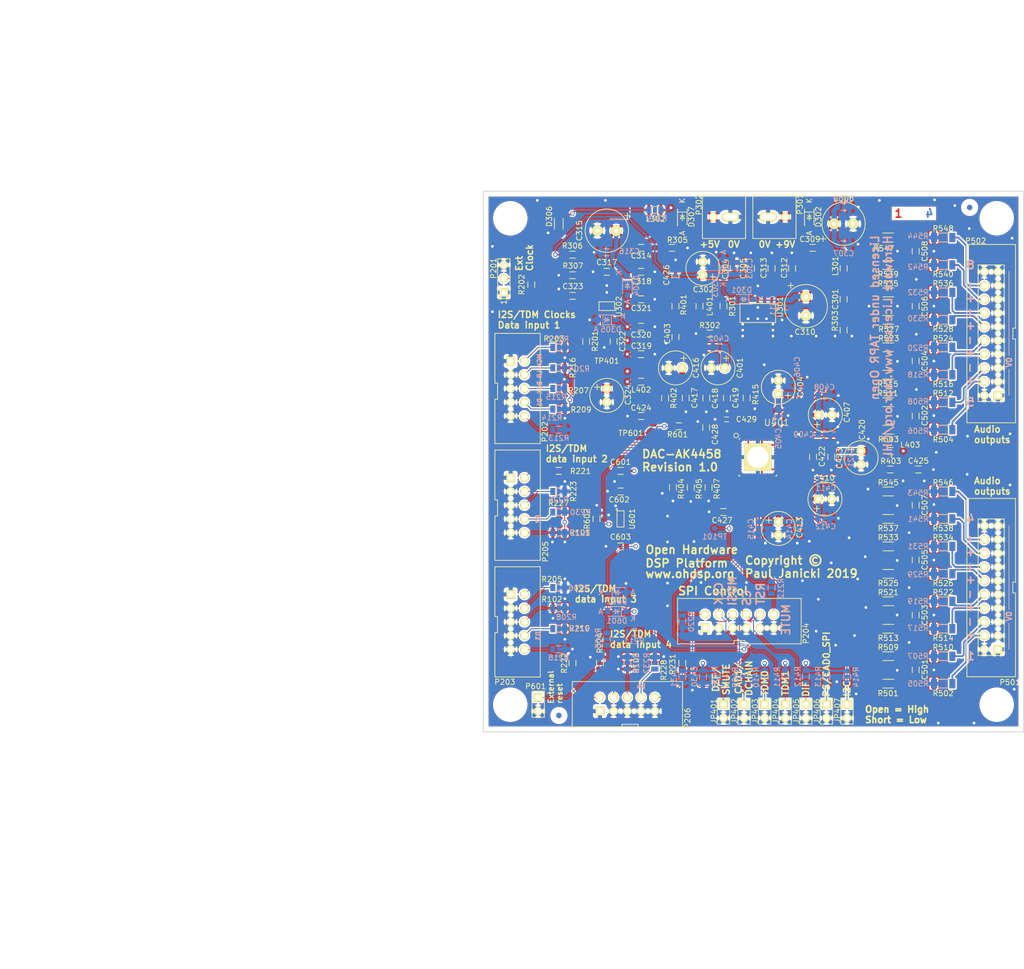
<source format=kicad_pcb>
(kicad_pcb (version 20221018) (generator pcbnew)
  (title_block (title "DAC-AK4458 with Passive Output Filters") (date "2019-04-03") (rev "1.0") (company "Open Hardware DSP Platform - www.ohdsp.org") (comment 1 "MERCHANTABILITY, SATISFACTORY QUALITY AND FITNESS FOR A PARTICULAR PURPOSE.") (comment 2 "is distributed WITHOUT ANY EXPRESS OR IMPLIED WARRANTY, INCLUDING OF") (comment 3 "Licensed under the TAPR Open Hardware License (www.tapr.org/OHL). This documentation") (comment 4 "Copyright Paul Janicki 2019"))
  (layers (0 "F.Cu" jumper) (1 "In1.Cu" signal) (2 "In2.Cu" signal) (31 "B.Cu" signal) (34 "B.Paste" user) (35 "F.Paste" user) (36 "B.SilkS" user "B.Silkscreen") (37 "F.SilkS" user "F.Silkscreen") (38 "B.Mask" user) (39 "F.Mask" user) (44 "Edge.Cuts" user))
  (net 0 "")
  (net 1 "Net-(C301-Pad1)")
  (net 2 "GNDA")
  (net 3 "Net-(C501-Pad1)")
  (net 4 "Net-(P202-Pad2)")
  (net 5 "Net-(P202-Pad4)")
  (net 6 "Net-(P202-Pad6)")
  (net 7 "Net-(P202-Pad8)")
  (net 8 "Net-(P203-Pad8)")
  (net 9 "/AnaloguePassiveFilters/N1")
  (net 10 "/AnaloguePassiveFilters/N2")
  (net 11 "/AnaloguePassiveFilters/N3")
  (net 12 "/AnaloguePassiveFilters/N4")
  (net 13 "/AnaloguePassiveFilters/N5")
  (net 14 "/AnaloguePassiveFilters/N6")
  (net 15 "/AnaloguePassiveFilters/N7")
  (net 16 "/AnaloguePassiveFilters/N8")
  (net 17 "Net-(C501-Pad2)")
  (net 18 "Net-(C502-Pad1)")
  (net 19 "Net-(C502-Pad2)")
  (net 20 "Net-(C503-Pad1)")
  (net 21 "Net-(C503-Pad2)")
  (net 22 "Net-(C504-Pad1)")
  (net 23 "Net-(C504-Pad2)")
  (net 24 "Net-(C505-Pad1)")
  (net 25 "Net-(C505-Pad2)")
  (net 26 "Net-(C506-Pad1)")
  (net 27 "Net-(C506-Pad2)")
  (net 28 "Net-(C507-Pad1)")
  (net 29 "Net-(C507-Pad2)")
  (net 30 "Net-(C508-Pad1)")
  (net 31 "Net-(C508-Pad2)")
  (net 32 "Net-(P501-Pad4)")
  (net 33 "Net-(P501-Pad6)")
  (net 34 "Net-(P501-Pad8)")
  (net 35 "Net-(P501-Pad10)")
  (net 36 "Net-(P501-Pad12)")
  (net 37 "Net-(P501-Pad14)")
  (net 38 "Net-(P501-Pad16)")
  (net 39 "Net-(P501-Pad18)")
  (net 40 "Net-(P502-Pad4)")
  (net 41 "Net-(P502-Pad6)")
  (net 42 "Net-(P502-Pad8)")
  (net 43 "Net-(P502-Pad10)")
  (net 44 "Net-(P502-Pad12)")
  (net 45 "Net-(P502-Pad14)")
  (net 46 "Net-(P502-Pad16)")
  (net 47 "Net-(P502-Pad18)")
  (net 48 "Net-(D302-Pad1)")
  (net 49 "Net-(P201-Pad2)")
  (net 50 "Net-(P203-Pad2)")
  (net 51 "Net-(P203-Pad4)")
  (net 52 "Net-(P203-Pad6)")
  (net 53 "Net-(P204-Pad2)")
  (net 54 "Net-(P205-Pad2)")
  (net 55 "Net-(P206-Pad2)")
  (net 56 "Net-(P206-Pad10)")
  (net 57 "+3V3")
  (net 58 "+5VA")
  (net 59 "/GLB_RST")
  (net 60 "/SPI_MOSI")
  (net 61 "/SPI_CLK")
  (net 62 "/SPI_CS")
  (net 63 "/MCLK")
  (net 64 "/SDATA2")
  (net 65 "/SDATA3")
  (net 66 "/SDATA4")
  (net 67 "/LRCLK")
  (net 68 "/BCLK")
  (net 69 "/SDATA1")
  (net 70 "Net-(P202-Pad10)")
  (net 71 "Net-(P203-Pad10)")
  (net 72 "Net-(P204-Pad10)")
  (net 73 "VCC")
  (net 74 "/AK4458/TVDD")
  (net 75 "/AK4458/VREF")
  (net 76 "/AK4458/AVDD")
  (net 77 "Net-(R404-Pad1)")
  (net 78 "/AK4458/OUT_1P")
  (net 79 "/AK4458/OUT_2P")
  (net 80 "/AK4458/OUT_3P")
  (net 81 "/AK4458/OUT_4P")
  (net 82 "/AK4458/OUT_5P")
  (net 83 "/AK4458/OUT_6P")
  (net 84 "/AK4458/OUT_7P")
  (net 85 "/AK4458/OUT_8P")
  (net 86 "/Reset-CAT811/RST_IN")
  (net 87 "/AK4458/CAD1/DCHAIN")
  (net 88 "/AK4458/PS/CAD0_SPI")
  (net 89 "/AK4458/I2C")
  (net 90 "/MUTE")
  (net 91 "Net-(C301-Pad2)")
  (net 92 "Net-(C314-Pad1)")
  (net 93 "Net-(C314-Pad2)")
  (net 94 "Net-(C322-Pad1)")
  (net 95 "Net-(C424-Pad1)")
  (net 96 "Net-(C425-Pad1)")
  (net 97 "Net-(C426-Pad1)")
  (net 98 "Net-(C429-Pad1)")
  (net 99 "Net-(C603-Pad1)")
  (net 100 "Net-(D306-Pad1)")
  (net 101 "Net-(P205-Pad4)")
  (net 102 "Net-(P205-Pad6)")
  (net 103 "Net-(P205-Pad8)")
  (net 104 "Net-(P205-Pad10)")
  (net 105 "Net-(P206-Pad4)")
  (net 106 "Net-(P206-Pad6)")
  (net 107 "Net-(P206-Pad8)")
  (net 108 "Net-(R301-Pad2)")
  (net 109 "Net-(R405-Pad1)")
  (net 110 "Net-(R407-Pad1)")
  (net 111 "Net-(R601-Pad2)")
  (net 112 "Net-(R415-Pad1)")
  (net 113 "Net-(C323-Pad1)")
  (net 114 "Net-(D307-Pad1)")
  (net 115 "Net-(P204-Pad12)")
  (net 116 "Net-(C306-Pad1)")
  (footprint "MyKiCadLibs-Footprints:SMD-0805" (layer "F.Cu") (at 165.96 60.465 180)
    (fp_text reference "C309")
    (fp_text value "10n" hide)
  )
  (footprint "MyKiCadLibs-Footprints:SMD-0805" (layer "F.Cu") (at 134.21 60.465)
    (fp_text reference "C314")
    (fp_text value "100p" hide)
  )
  (footprint "MyKiCadLibs-Footprints:SMD-0805" (layer "F.Cu") (at 171.675 69.99 -90)
    (fp_text reference "C301")
    (fp_text value "100p" hide)
  )
  (footprint "MyKiCadLibs-Footprints:CAP-TH-D8mmP3.5mm" (layer "F.Cu") (at 127.86 57.29 180)
    (fp_text reference "C315")
    (fp_text value "220u" hide)
  )
  (footprint "MyKiCadLibs-Footprints:SMD-0805" (layer "F.Cu") (at 129.13 77.78 -90)
    (fp_text reference "C322")
    (fp_text value "N/F" hide)
  )
  (footprint "MyKiCadLibs-Footprints:SMD-0805" (layer "F.Cu") (at 127.86 64.91 180)
    (fp_text reference "C317")
    (fp_text value "100n" hide)
  )
  (footprint "MyKiCadLibs-Footprints:SMD-0805" (layer "F.Cu") (at 162.15 64.275 90)
    (fp_text reference "C312")
    (fp_text value "100n" hide)
  )
  (footprint "MyKiCadLibs-Footprints:SMD-0805" (layer "F.Cu") (at 134.21 64.91)
    (fp_text reference "C318")
    (fp_text value "10n" hide)
  )
  (footprint "MyKiCadLibs-Footprints:SMD-0805" (layer "F.Cu") (at 134.21 80.15)
    (fp_text reference "C319")
    (fp_text value "22u" hide)
  )
  (footprint "MyKiCadLibs-Footprints:SMD-0805" (layer "F.Cu") (at 134.21 75.07)
    (fp_text reference "C320")
    (fp_text value "100n" hide)
  )
  (footprint "MyKiCadLibs-Footprints:SMD-0805" (layer "F.Cu") (at 134.21 69.99)
    (fp_text reference "C321")
    (fp_text value "10n" hide)
  )
  (footprint "MyKiCadLibs-Footprints:SMD-0805" (layer "F.Cu") (at 151.355 64.275 90)
    (fp_text reference "C304")
    (fp_text value "100n" hide)
  )
  (footprint "MyKiCadLibs-Footprints:SMD-0805" (layer "F.Cu") (at 154.53 64.275 90)
    (fp_text reference "C305")
    (fp_text value "10n" hide)
  )
  (footprint "MyKiCadLibs-Footprints:SMD-0805" (layer "F.Cu") (at 185.01 138.57 -90)
    (fp_text reference "C501")
    (fp_text value "2n7" hide)
  )
  (footprint "MyKiCadLibs-Footprints:SMD-0805" (layer "F.Cu") (at 134.21 91.58 180)
    (fp_text reference "C424")
    (fp_text value "100p" hide)
  )
  (footprint "MyKiCadLibs-Footprints:CAP-TH-D6.3mmP2.5mm" (layer "F.Cu") (at 140.56 82.69 180)
    (fp_text reference "C416")
    (fp_text value "220u" hide)
  )
  (footprint "MyKiCadLibs-Footprints:SMD-0805" (layer "F.Cu") (at 142.465 88.278 -90)
    (fp_text reference "C417")
    (fp_text value "22u" hide)
  )
  (footprint "MyKiCadLibs-Footprints:SMD-0805" (layer "F.Cu") (at 146.275 88.278 -90)
    (fp_text reference "C418")
    (fp_text value "100n" hide)
  )
  (footprint "MyKiCadLibs-Footprints:SMD-0805" (layer "F.Cu") (at 185.518 101.486)
    (fp_text reference "C425")
    (fp_text value "100p" hide)
  )
  (footprint "MyKiCadLibs-Footprints:SMD-0805" (layer "F.Cu") (at 166.0235 99.157 -90)
    (fp_text reference "C422")
    (fp_text value "100n" hide)
  )
  (footprint "MyKiCadLibs-Footprints:SMD-0805" (layer "F.Cu") (at 140.56 65.545 90)
    (fp_text reference "C426")
    (fp_text value "100p" hide)
  )
  (footprint "MyKiCadLibs-Footprints:CAP-TH-D6.3mmP2.5mm" (layer "F.Cu") (at 159.61 86.266 90)
    (fp_text reference "C404")
    (fp_text value "47u" hide)
  )
  (footprint "MyKiCadLibs-Footprints:CAP-TH-D6.3mmP2.5mm" (layer "F.Cu") (at 148.434 82.67 180)
    (fp_text reference "C401")
    (fp_text value "220u" hide)
  )
  (footprint "MyKiCadLibs-Footprints:SMD-0805" (layer "F.Cu") (at 136.75 53.48 180)
    (fp_text reference "L302")
    (fp_text value "600R@100MHz" hide)
  )
  (footprint "MyKiCadLibs-Footprints:SMD-0805" (layer "F.Cu") (at 171.675 64.275 -90)
    (fp_text reference "L301")
    (fp_text value "600R@100MHz" hide)
  )
  (footprint "MyKiCadLibs-Footprints:SMD-0805" (layer "F.Cu") (at 134.21 85.23)
    (fp_text reference "L402")
    (fp_text value "600R@100MHz" hide)
  )
  (footprint "MyKiCadLibs-Footprints:SMD-0805" (layer "F.Cu") (at 180.311 98.057 180)
    (fp_text reference "L403")
    (fp_text value "600R@100MHz" hide)
  )
  (footprint "MyKiCadLibs-Footprints:SMD-0805" (layer "F.Cu") (at 145.005 71.26 -90)
    (fp_text reference "L401")
    (fp_text value "600R@100MHz" hide)
  )
  (footprint "MyKiCadLibs-Footprints:CONN-2WAY-2.54mm-3.81mm-SPACING" (layer "F.Cu") (at 160.88 54.75 180)
    (fp_text reference "P301")
    (fp_text value "CONN_2x1" hide)
  )
  (footprint "MyKiCadLibs-Footprints:SMD-0805" (layer "F.Cu") (at 118.97 127.14 180)
    (fp_text reference "R102")
    (fp_text value "1k" hide)
  )
  (footprint "MyKiCadLibs-Footprints:SMD-0805" (layer "F.Cu") (at 131.67 137.3 -90)
    (fp_text reference "R103")
    (fp_text value "1k" hide)
  )
  (footprint "MyKiCadLibs-Footprints:SMD-0805" (layer "F.Cu") (at 118.97 109.36)
    (fp_text reference "R227")
    (fp_text value "0" hide)
  )
  (footprint "MyKiCadLibs-Footprints:SMD-0805" (layer "F.Cu") (at 118.97 78.88)
    (fp_text reference "R203")
    (fp_text value "0" hide)
  )
  (footprint "MyKiCadLibs-Footprints:SMD-0805" (layer "F.Cu") (at 118.97 86.5)
    (fp_text reference "R207")
    (fp_text value "0" hide)
  )
  (footprint "MyKiCadLibs-Footprints:SMD-0805" (layer "F.Cu") (at 118.97 90.31)
    (fp_text reference "R209")
    (fp_text value "0" hide)
  )
  (footprint "MyKiCadLibs-Footprints:SMD-0805" (layer "F.Cu") (at 118.97 82.69 180)
    (fp_text reference "R216")
    (fp_text value "N/F" hide)
  )
  (footprint "MyKiCadLibs-Footprints:SMD-0805" (layer "F.Cu") (at 136.75 137.3 90)
    (fp_text reference "R228")
    (fp_text value "0" hide)
  )
  (footprint "MyKiCadLibs-Footprints:SMD-0805" (layer "F.Cu") (at 118.97 130.95)
    (fp_text reference "R210")
    (fp_text value "0" hide)
  )
  (footprint "MyKiCadLibs-Footprints:SMD-0805" (layer "F.Cu") (at 139.925 60.465)
    (fp_text reference "R305")
    (fp_text value "47" hide)
  )
  (footprint "MyKiCadLibs-Footprints:SMD-0805" (layer "F.Cu") (at 171.675 75.705 -90)
    (fp_text reference "R303")
    (fp_text value "47" hide)
  )
  (footprint "MyKiCadLibs-Footprints:SMD-0805" (layer "F.Cu") (at 146.91 76.34 180)
    (fp_text reference "R302")
    (fp_text value "2k2" hide)
  )
  (footprint "MyKiCadLibs-Footprints:SMD-1206" (layer "F.Cu") (at 179.93 141.11)
    (fp_text reference "R501")
    (fp_text value "240" hide)
  )
  (footprint "MyKiCadLibs-Footprints:SMD-1206" (layer "F.Cu") (at 179.93 136.03)
    (fp_text reference "R509")
    (fp_text value "240" hide)
  )
  (footprint "MyKiCadLibs-Footprints:SMD-1206" (layer "F.Cu") (at 190.09 141.11)
    (fp_text reference "R502")
    (fp_text value "100" hide)
  )
  (footprint "MyKiCadLibs-Footprints:SMD-1206" (layer "F.Cu") (at 190.09 136.03)
    (fp_text reference "R510")
    (fp_text value "100" hide)
  )
  (footprint "MyKiCadLibs-Footprints:SMD-0805" (layer "F.Cu") (at 138.655 88.278 -90)
    (fp_text reference "R402")
    (fp_text value "47" hide)
  )
  (footprint "MyKiCadLibs-Footprints:SMD-0805" (layer "F.Cu") (at 180.311 101.486)
    (fp_text reference "R403")
    (fp_text value "47" hide)
  )
  (footprint "MyKiCadLibs-Footprints:SMD-0805" (layer "F.Cu") (at 140.56 71.26 90)
    (fp_text reference "R401")
    (fp_text value "47" hide)
  )
  (footprint "MyKiCadLibs-Footprints:SMD-0805" (layer "F.Cu") (at 140.56 76.975 -90)
    (fp_text reference "C403")
    (fp_text value "100n" hide)
  )
  (footprint "MyKiCadLibs-Footprints:SMD-0603" (layer "F.Cu") (at 150.024 92.215 180)
    (fp_text reference "C429")
    (fp_text value "1u" hide)
  )
  (footprint "MyKiCadLibs-Footprints:SMD-0805" (layer "F.Cu") (at 185.01 128.41 -90)
    (fp_text reference "C503")
    (fp_text value "2n7" hide)
  )
  (footprint "MyKiCadLibs-Footprints:SMD-0805" (layer "F.Cu") (at 185.01 118.25 -90)
    (fp_text reference "C505")
    (fp_text value "2n7" hide)
  )
  (footprint "MyKiCadLibs-Footprints:SMD-0805" (layer "F.Cu") (at 185.01 108.09 -90)
    (fp_text reference "C507")
    (fp_text value "2n7" hide)
  )
  (footprint "MyKiCadLibs-Footprints:SMD-0805" (layer "F.Cu") (at 185.01 91.58 -90)
    (fp_text reference "C502")
    (fp_text value "2n7" hide)
  )
  (footprint "MyKiCadLibs-Footprints:SMD-0805" (layer "F.Cu") (at 185.01 81.42 -90)
    (fp_text reference "C504")
    (fp_text value "2n7" hide)
  )
  (footprint "MyKiCadLibs-Footprints:SMD-0805" (layer "F.Cu") (at 185.01 71.26 -90)
    (fp_text reference "C506")
    (fp_text value "2n7" hide)
  )
  (footprint "MyKiCadLibs-Footprints:SMD-1206" (layer "F.Cu") (at 179.93 130.95)
    (fp_text reference "R513")
    (fp_text value "240" hide)
  )
  (footprint "MyKiCadLibs-Footprints:SMD-1206" (layer "F.Cu") (at 179.93 125.87)
    (fp_text reference "R521")
    (fp_text value "240" hide)
  )
  (footprint "MyKiCadLibs-Footprints:SMD-1206" (layer "F.Cu") (at 179.93 120.79)
    (fp_text reference "R525")
    (fp_text value "240" hide)
  )
  (footprint "MyKiCadLibs-Footprints:SMD-1206" (layer "F.Cu") (at 179.93 115.71)
    (fp_text reference "R533")
    (fp_text value "240" hide)
  )
  (footprint "MyKiCadLibs-Footprints:SMD-1206" (layer "F.Cu") (at 179.93 110.63)
    (fp_text reference "R537")
    (fp_text value "240" hide)
  )
  (footprint "MyKiCadLibs-Footprints:SMD-1206" (layer "F.Cu") (at 179.93 105.55)
    (fp_text reference "R545")
    (fp_text value "240" hide)
  )
  (footprint "MyKiCadLibs-Footprints:SMD-1206" (layer "F.Cu") (at 179.93 94.12)
    (fp_text reference "R503")
    (fp_text value "240" hide)
  )
  (footprint "MyKiCadLibs-Footprints:SMD-1206" (layer "F.Cu") (at 179.93 89.04)
    (fp_text reference "R511")
    (fp_text value "240" hide)
  )
  (footprint "MyKiCadLibs-Footprints:SMD-1206" (layer "F.Cu") (at 179.93 83.96)
    (fp_text reference "R515")
    (fp_text value "240" hide)
  )
  (footprint "MyKiCadLibs-Footprints:SMD-1206" (layer "F.Cu") (at 179.93 78.88)
    (fp_text reference "R523")
    (fp_text value "240" hide)
  )
  (footprint "MyKiCadLibs-Footprints:SMD-1206" (layer "F.Cu") (at 179.93 73.8)
    (fp_text reference "R527")
    (fp_text value "240" hide)
  )
  (footprint "MyKiCadLibs-Footprints:SMD-1206" (layer "F.Cu") (at 179.93 68.72)
    (fp_text reference "R535")
    (fp_text value "240" hide)
  )
  (footprint "MyKiCadLibs-Footprints:SMD-1206" (layer "F.Cu") (at 179.93 63.64)
    (fp_text reference "R539")
    (fp_text value "240" hide)
  )
  (footprint "MyKiCadLibs-Footprints:SMD-1206" (layer "F.Cu") (at 179.93 58.56)
    (fp_text reference "R547")
    (fp_text value "240" hide)
  )
  (footprint "MyKiCadLibs-Footprints:SMD-1206" (layer "F.Cu") (at 190.09 130.95)
    (fp_text reference "R514")
    (fp_text value "100" hide)
  )
  (footprint "MyKiCadLibs-Footprints:SMD-1206" (layer "F.Cu") (at 190.09 125.87)
    (fp_text reference "R522")
    (fp_text value "100" hide)
  )
  (footprint "MyKiCadLibs-Footprints:SMD-1206" (layer "F.Cu") (at 190.09 120.79)
    (fp_text reference "R526")
    (fp_text value "100" hide)
  )
  (footprint "MyKiCadLibs-Footprints:SMD-1206" (layer "F.Cu") (at 190.09 115.71)
    (fp_text reference "R534")
    (fp_text value "100" hide)
  )
  (footprint "MyKiCadLibs-Footprints:SMD-1206" (layer "F.Cu") (at 190.09 110.63)
    (fp_text reference "R538")
    (fp_text value "100" hide)
  )
  (footprint "MyKiCadLibs-Footprints:SMD-1206" (layer "F.Cu") (at 190.09 105.55)
    (fp_text reference "R546")
    (fp_text value "100" hide)
  )
  (footprint "MyKiCadLibs-Footprints:SMD-1206" (layer "F.Cu") (at 190.09 94.12)
    (fp_text reference "R504")
    (fp_text value "100" hide)
  )
  (footprint "MyKiCadLibs-Footprints:SMD-1206" (layer "F.Cu") (at 190.09 89.04)
    (fp_text reference "R512")
    (fp_text value "100" hide)
  )
  (footprint "MyKiCadLibs-Footprints:SMD-1206" (layer "F.Cu") (at 190.09 83.96)
    (fp_text reference "R516")
    (fp_text value "100" hide)
  )
  (footprint "MyKiCadLibs-Footprints:SMD-1206" (layer "F.Cu") (at 190.09 78.88)
    (fp_text reference "R524")
    (fp_text value "100" hide)
  )
  (footprint "MyKiCadLibs-Footprints:SMD-1206" (layer "F.Cu") (at 190.09 73.8)
    (fp_text reference "R528")
    (fp_text value "100" hide)
  )
  (footprint "MyKiCadLibs-Footprints:SMD-1206" (layer "F.Cu") (at 190.09 68.72)
    (fp_text reference "R536")
    (fp_text value "100" hide)
  )
  (footprint "MyKiCadLibs-Footprints:SMD-1206" (layer "F.Cu") (at 190.09 63.64)
    (fp_text reference "R540")
    (fp_text value "100" hide)
  )
  (footprint "MyKiCadLibs-Footprints:SMD-1206" (layer "F.Cu") (at 190.09 58.56)
    (fp_text reference "R548")
    (fp_text value "100" hide)
  )
  (footprint "MyKiCadLibs-Footprints:SMD-0805" (layer "F.Cu") (at 185.01 61.1 -90)
    (fp_text reference "C508")
    (fp_text value "2n7" hide)
  )
  (footprint "MyKiCadLibs-Footprints:SMD-0805" (layer "F.Cu") (at 158.34 64.275 90)
    (fp_text reference "C313")
    (fp_text value "10n" hide)
  )
  (footprint "MyKiCadLibs-Footprints:CAP-TH-D8mmP3.5mm" (layer "F.Cu") (at 171.675 56.02)
    (fp_text reference "C306")
    (fp_text value "220u" hide)
  )
  (footprint "MyKiCadLibs-Footprints:CAP-TH-D8mmP3.5mm" (layer "F.Cu") (at 164.69 71.26 -90)
    (fp_text reference "C310")
    (fp_text value "220u" hide)
  )
  (footprint "MyKiCadLibs-Footprints:SMD-0805" (layer "F.Cu") (at 118.97 101.74)
    (fp_text reference "R221")
    (fp_text value "10k" hide)
  )
  (footprint "MyKiCadLibs-Footprints:SMD-0805" (layer "F.Cu") (at 118.97 105.55)
    (fp_text reference "R223")
    (fp_text value "10k" hide)
  )
  (footprint "MyKiCadLibs-Footprints:SMD-0805" (layer "F.Cu") (at 121.51 137.3 90)
    (fp_text reference "R222")
    (fp_text value "10k" hide)
  )
  (footprint "MyKiCadLibs-Footprints:SMD-0805" (layer "F.Cu") (at 126.59 137.3 90)
    (fp_text reference "R224")
    (fp_text value "10k" hide)
  )
  (footprint "MyKiCadLibs-Footprints:SMD-0805" (layer "F.Cu") (at 118.97 123.33)
    (fp_text reference "R205")
    (fp_text value "10k" hide)
  )
  (footprint "MyKiCadLibs-Footprints:CAP-TH-D6.3mmP2.5mm" (layer "F.Cu") (at 145.64 64.275 90)
    (fp_text reference "C302")
    (fp_text value "220u" hide)
  )
  (footprint "MyKiCadLibs-Footprints:CAP-TH-D6.3mmP2.5mm" (layer "F.Cu") (at 168.2895 91.3895)
    (fp_text reference "C407")
    (fp_text value "47u" hide)
  )
  (footprint "MyKiCadLibs-Footprints:CAP-TH-D6.3mmP2.5mm" (layer "F.Cu") (at 174.9135 99.307 -90)
    (fp_text reference "C420")
    (fp_text value "220u" hide)
  )
  (footprint "MyKiCadLibs-Footprints:SMD-0805" (layer "F.Cu") (at 124.05 77.78 -90)
    (fp_text reference "R201")
    (fp_text value "N/F" hide)
  )
  (footprint "MyKiCadLibs-Footprints:SMD-0805" (layer "F.Cu") (at 113.89 67.28 90)
    (fp_text reference "R202")
    (fp_text value "N/F" hide)
  )
  (footprint "MyKiCadLibs-Footprints:CONN_DIL_2X10_BOX_1MM" (layer "F.Cu") (at 198.98 123.33 180)
    (fp_text reference "P501")
    (fp_text value "CONN_02X10" hide)
  )
  (footprint "MyKiCadLibs-Footprints:CONN_DIL_2X10_BOX_1MM" (layer "F.Cu") (at 198.98 76.34 180)
    (fp_text reference "P502")
    (fp_text value "CONN_02X10" hide)
  )
  (footprint "MyKiCadLibs-Footprints:CONN_DIL_2X5_BOX_1MM" (layer "F.Cu") (at 111.35 86.5)
    (fp_text reference "P202")
    (fp_text value "CONN_02X05" hide)
  )
  (footprint "MyKiCadLibs-Footprints:CONN_DIL_2X5_BOX_1MM" (layer "F.Cu") (at 111.35 108.09)
    (fp_text reference "P205")
    (fp_text value "CONN_02X05" hide)
  )
  (footprint "MyKiCadLibs-Footprints:CONN_DIL_2X5_BOX_1MM" (layer "F.Cu") (at 111.35 129.68)
    (fp_text reference "P203")
    (fp_text value "CONN_02X05" hide)
  )
  (footprint "MyKiCadLibs-Footprints:CONN_DIL_2X5_BOX_1MM" (layer "F.Cu") (at 131.67 144.92 90)
    (fp_text reference "P206")
    (fp_text value "CONN_02X05" hide)
  )
  (footprint "MyKiCadLibs-Footprints:CONN_SIL_3_1MM" (layer "F.Cu") (at 108.81 68.72 90)
    (fp_text reference "P201")
    (fp_text value "CONN_3x1" hide)
  )
  (footprint "MyKiCadLibs-Footprints:MNT_HOLE_3.2mm" (layer "F.Cu") (at 110 145)
    (fp_text reference "MNT301" hide)
    (fp_text value "MNT_HOLE" hide)
  )
  (footprint "MyKiCadLibs-Footprints:MNT_HOLE_3.2mm" (layer "F.Cu") (at 200 145)
    (fp_text reference "MNT303" hide)
    (fp_text value "MNT_HOLE" hide)
  )
  (footprint "MyKiCadLibs-Footprints:MNT_HOLE_3.2mm" (layer "F.Cu") (at 200 55)
    (fp_text reference "MNT302" hide)
    (fp_text value "MNT_HOLE" hide)
  )
  (footprint "MyKiCadLibs-Footprints:MNT_HOLE_3.2mm" (layer "F.Cu") (at 110 55)
    (fp_text reference "MNT304" hide)
    (fp_text value "MNT_HOLE" hide)
  )
  (footprint "MyKiCadLibs-Footprints:DIODE-SOD-123" (layer "F.Cu") (at 165.325 54.75 -90)
    (fp_text reference "D302")
    (fp_text value "1N5819HW" hide)
  )
  (footprint "MyKiCadLibs-Footprints:FID-1MM-3MM" (layer "F.Cu") (at 119 147)
    (fp_text reference "FID301" hide)
    (fp_text value "MNT_HOLE" hide)
  )
  (footprint "MyKiCadLibs-Footprints:FID-1MM-3MM" (layer "F.Cu") (at 195 53)
    (fp_text reference "FID302" hide)
    (fp_text value "MNT_HOLE" hide)
  )
  (footprint "MyKiCadLibs-Footprints:CONN_DIL_2X6_BOX_1MM" (layer "F.Cu") (at 152.4 129.54 90)
    (fp_text reference "P204")
    (fp_text value "CONN_02X06" hide)
  )
  (footprint "MyKiCadLibs-Footprints:SMD-1206" (layer "F.Cu") (at 118.97 56.02 -90)
    (fp_text reference "D306")
    (fp_text value "Green LED 1206" hide)
  )
  (footprint "MyKiCadLibs-Footprints:SMD-0805" (layer "F.Cu") (at 130.4 101.74 180)
    (fp_text reference "C601")
    (fp_text value "10u" hide)
  )
  (footprint "MyKiCadLibs-Footprints:SMD-0805" (layer "F.Cu") (at 130.4 105.55 180)
    (fp_text reference "C602")
    (fp_text value "100n" hide)
  )
  (footprint "MyKiCadLibs-Footprints:SMD-0805" (layer "F.Cu") (at 130.4 115.71 180)
    (fp_text reference "C603")
    (fp_text value "10n" hide)
  )
  (footprint "MyKiCadLibs-Footprints:CONN_SIL_2_1MM" (layer "F.Cu") (at 115.16 143.65 -90)
    (fp_text reference "P601")
    (fp_text value "CONN_2x1" hide)
  )
  (footprint "MyKiCadLibs-Footprints:SMD-0805" (layer "F.Cu") (at 141.195 93.485 180)
    (fp_text reference "R601")
    (fp_text value "100" hide)
  )
  (footprint "MyKiCadLibs-Footprints:SMD-0805" (layer "F.Cu") (at 125.955 110.63 90)
    (fp_text reference "R602")
    (fp_text value "100k" hide)
  )
  (footprint "MyKiCadLibs-Footprints:TP-2mm" (layer "F.Cu") (at 136.115 94.755 -90)
    (fp_text reference "TP601")
    (fp_text value "PIN" hide)
  )
  (footprint "MyKiCadLibs-Footprints:IC-SOT23-5" (layer "F.Cu") (at 127.86 71.26 180)
    (fp_text reference "U302")
    (fp_text value "TLV70033DDC" hide)
  )
  (footprint "MyKiCadLibs-Footprints:SMD-0805" (layer "F.Cu") (at 149.45 71.26 -90)
    (fp_text reference "R301")
    (fp_text value "6k8" hide)
  )
  (footprint "MyKiCadLibs-Footprints:IC-SOT223-6" (layer "F.Cu") (at 155.8 72.53 180)
    (fp_text reference "U301")
    (fp_text value "TPS7A4501DCQ" hide)
  )
  (footprint "MyKiCadLibs-Footprints:SMD-0805" (layer "F.Cu") (at 141.83 137.3 -90)
    (fp_text reference "R231")
    (fp_text value "1k" hide)
  )
  (footprint "MyKiCadLibs-Footprints:TP-1mm" (layer "F.Cu") (at 124.05 81.42)
    (fp_text reference "TP401")
    (fp_text value "Test point" hide)
  )
  (footprint "MyKiCadLibs-Footprints:CAP-TH-D6.3mmP2.5mm" (layer "F.Cu") (at 168.226 106.947)
    (fp_text reference "C410")
    (fp_text value "47u" hide)
  )
  (footprint "MyKiCadLibs-Footprints:CAP-TH-D6.3mmP2.5mm" (layer "F.Cu") (at 159.61 112.388 -90)
    (fp_text reference "C413")
    (fp_text value "47u" hide)
  )
  (footprint "MyKiCadLibs-Footprints:SMD-0805" (layer "F.Cu") (at 150.085 88.278 -90)
    (fp_text reference "C419")
    (fp_text value "10n" hide)
  )
  (footprint "MyKiCadLibs-Footprints:SMD-0805" (layer "F.Cu") (at 169.389 99.157 -90)
    (fp_text reference "C423")
    (fp_text value "10n" hide)
  )
  (footprint "MyKiCadLibs-Footprints:SMD-0805" (layer "F.Cu") (at 140.1 104.8 -90)
    (fp_text reference "R404")
    (fp_text value "0" hide)
  )
  (footprint "MyKiCadLibs-Footprints:SMD-0805" (layer "F.Cu") (at 143.4 104.8 -90)
    (fp_text reference "R405")
    (fp_text value "0" hide)
  )
  (footprint "MyKiCadLibs-Footprints:SMD-0805" (layer "F.Cu") (at 146.7 104.8 -90)
    (fp_text reference "R407")
    (fp_text value "0" hide)
  )
  (footprint "MyKiCadLibs-Footprints:IC_QFN_48_5.1mmpad_HF_HS" (layer "F.Cu") (at 155.8 99.2)
    (fp_text reference "U401")
    (fp_text value "AK4458VN")
  )
  (footprint "MyKiCadLibs-Footprints:IC-SOT143" (layer "F.Cu") (at 130.4 110.63 -90)
    (fp_text reference "U601")
    (fp_text value "CAT811TTBI" hide)
  )
  (footprint "MyKiCadLibs-Footprints:SMD-0805" (layer "F.Cu") (at 146.25 93.75 90)
    (fp_text reference "C428")
    (fp_text value "100n" hide)
  )
  (footprint "MyKiCadLibs-Footprints:SMD-0805" (layer "F.Cu") (at 149.45 109.36 180)
    (fp_text reference "C427")
    (fp_text value "10n" hide)
  )
  (footprint "MyKiCadLibs-Footprints:SMD-0805" (layer "F.Cu") (at 118.97 113.17 180)
    (fp_text reference "R101")
    (fp_text value "1k" hide)
  )
  (footprint "MyKiCadLibs-Footprints:CONN_SIL_2_1MM" (layer "F.Cu") (at 153.26 144.92 -90)
    (fp_text reference "JP402")
    (fp_text value "CONN_2x1" hide)
  )
  (footprint "MyKiCadLibs-Footprints:CONN_SIL_2_1MM" (layer "F.Cu") (at 157.07 144.92 -90)
    (fp_text reference "JP403")
    (fp_text value "CONN_2x1" hide)
  )
  (footprint "MyKiCadLibs-Footprints:CONN_SIL_2_1MM" (layer "F.Cu") (at 160.88 144.92 -90)
    (fp_text reference "JP404")
    (fp_text value "CONN_2x1" hide)
  )
  (footprint "MyKiCadLibs-Footprints:CONN_SIL_2_1MM" (layer "F.Cu") (at 164.69 144.92 -90)
    (fp_text reference "JP405")
    (fp_text value "CONN_2x1" hide)
  )
  (footprint "MyKiCadLibs-Footprints:CONN_SIL_2_1MM" (layer "F.Cu") (at 168.5 144.92 -90)
    (fp_text reference "JP406")
    (fp_text value "CONN_2x1" hide)
  )
  (footprint "MyKiCadLibs-Footprints:CONN_SIL_2_1MM" (layer "F.Cu") (at 172.31 144.92 -90)
    (fp_text reference "JP407")
    (fp_text value "CONN_2x1" hide)
  )
  (footprint "MyKiCadLibs-Footprints:SMD-0805" (layer "F.Cu") (at 153.75 88.25 90)
    (fp_text reference "R415")
    (fp_text value "0" hide)
  )
  (footprint "MyKiCadLibs-Footprints:CAP-TH-D6.3mmP2.5mm" (layer "F.Cu") (at 127.86 87.77 -90)
    (fp_text reference "C324")
    (fp_text value "220u" hide)
  )
  (footprint "MyKiCadLibs-Footprints:SMD-0805" (layer "F.Cu") (at 121.51 61.735 180)
    (fp_text reference "R306")
    (fp_text value "10K" hide)
  )
  (footprint "MyKiCadLibs-Footprints:SMD-0805" (layer "F.Cu") (at 121.51 69.355 180)
    (fp_text reference "C323")
    (fp_text value "100n" hide)
  )
  (footprint "MyKiCadLibs-Footprints:DIODE-SOD-123" (layer "F.Cu") (at 141.83 54.75 -90)
    (fp_text reference "D307")
    (fp_text value "1N5819HW" hide)
  )
  (footprint "MyKiCadLibs-Footprints:CONN-2WAY-2.54mm-3.81mm-SPACING" (layer "F.Cu") (at 147.545 54.75)
    (fp_text reference "P302")
    (fp_text value "CONN_2x1" hide)
  )
  (footprint "MyKiCadLibs-Footprints:CONN_SIL_2_1MM" (layer "F.Cu") (at 149.45 144.92 -90)
    (fp_text reference "JP401")
    (fp_text value "CONN_2x1" hide)
  )
  (footprint "MyKiCadLibs-Footprints:SMD-0805" (layer "F.Cu") (at 121.51 65.545 180)
    (fp_text reference "R307")
    (fp_text value "220K" hide)
  )
  (footprint "MyKiCadLibs-Footprints:SMD-0805" (layer "B.Cu") (at 171.675 52.9)
    (fp_text reference "C308")
    (fp_text value "100n" hide)
  )
  (footprint "MyKiCadLibs-Footprints:SMD-0805" (layer "B.Cu") (at 127.86 61.3 180)
    (fp_text reference "C316")
    (fp_text value "22u" hide)
  )
  (footprint "MyKiCadLibs-Footprints:SMD-0805" (layer "B.Cu") (at 171.3575 99.157 -90)
    (fp_text reference "C421")
    (fp_text value "22u" hide)
  )
  (footprint "MyKiCadLibs-Footprints:SMD-0805" (layer "B.Cu") (at 148.6 78.9 180)
    (fp_text reference "C402")
    (fp_text value "22u" hide)
  )
  (footprint "MyKiCadLibs-Footprints:SMD-0805" (layer "B.Cu") (at 118.97 82.69)
    (fp_text reference "R204")
    (fp_text value "0" hide)
  )
  (footprint "MyKiCadLibs-Footprints:SMD-0805" (layer "B.Cu") (at 118.97 109.36 180)
    (fp_text reference "R230")
    (fp_text value "N/F" hide)
  )
  (footprint "MyKiCadLibs-Footprints:SMD-0805" (layer "B.Cu") (at 118.97 90.31 180)
    (fp_text reference "R214")
    (fp_text value "N/F" hide)
  )
  (footprint "MyKiCadLibs-Footprints:SMD-0805" (layer "B.Cu") (at 118.97 86.5 180)
    (fp_text reference "R215")
    (fp_text value "N/F" hide)
  )
  (footprint "MyKiCadLibs-Footprints:SMD-0805" (layer "B.Cu") (at 136.75 137.3 -90)
    (fp_text reference "R232")
    (fp_text value "N/F" hide)
  )
  (footprint "MyKiCadLibs-Footprints:SMD-0805" (layer "B.Cu") (at 118.97 130.95 180)
    (fp_text reference "R219")
    (fp_text value "N/F" hide)
  )
  (footprint "MyKiCadLibs-Footprints:SMD-0805" (layer "B.Cu") (at 141.83 129.6 90)
    (fp_text reference "R220")
    (fp_text value "1k" hide)
  )
  (footprint "MyKiCadLibs-Footprints:SMD-1206" (layer "B.Cu") (at 190.09 141.11 180)
    (fp_text reference "R505")
    (fp_text value "100k" hide)
  )
  (footprint "MyKiCadLibs-Footprints:SMD-1206" (layer "B.Cu") (at 190.09 136.03 180)
    (fp_text reference "R507")
    (fp_text value "100k" hide)
  )
  (footprint "MyKiCadLibs-Footprints:SMD-0805" (layer "B.Cu") (at 149.45 139.84 90)
    (fp_text reference "R408")
    (fp_text value "10k" hide)
  )
  (footprint "MyKiCadLibs-Footprints:SMD-0805" (layer "B.Cu") (at 153.26 139.84 90)
    (fp_text reference "R409")
    (fp_text value "10k" hide)
  )
  (footprint "MyKiCadLibs-Footprints:SMD-0805" (layer "B.Cu") (at 157.07 139.84 90)
    (fp_text reference "R410")
    (fp_text value "10k" hide)
  )
  (footprint "MyKiCadLibs-Footprints:SMD-0805" (layer "B.Cu") (at 164.69 139.84 90)
    (fp_text reference "R412")
    (fp_text value "10k" hide)
  )
  (footprint "MyKiCadLibs-Footprints:SMD-1206" (layer "B.Cu") (at 190.09 130.95 180)
    (fp_text reference "R517")
    (fp_text value "100k" hide)
  )
  (footprint "MyKiCadLibs-Footprints:SMD-1206" (layer "B.Cu") (at 190.09 125.87 180)
    (fp_text reference "R519")
    (fp_text value "100k" hide)
  )
  (footprint "MyKiCadLibs-Footprints:SMD-1206" (layer "B.Cu") (at 190.09 120.79 180)
    (fp_text reference "R529")
    (fp_text value "100k" hide)
  )
  (footprint "MyKiCadLibs-Footprints:SMD-1206" (layer "B.Cu") (at 190.09 115.71 180)
    (fp_text reference "R531")
    (fp_text value "100k" hide)
  )
  (footprint "MyKiCadLibs-Footprints:SMD-1206" (layer "B.Cu") (at 190.09 110.63 180)
    (fp_text reference "R541")
    (fp_text value "100k" hide)
  )
  (footprint "MyKiCadLibs-Footprints:SMD-1206" (layer "B.Cu") (at 190.09 105.55 180)
    (fp_text reference "R543")
    (fp_text value "100k" hide)
  )
  (footprint "MyKiCadLibs-Footprints:SMD-1206" (layer "B.Cu") (at 190.09 94.12 180)
    (fp_text reference "R506")
    (fp_text value "100k" hide)
  )
  (footprint "MyKiCadLibs-Footprints:SMD-1206" (layer "B.Cu") (at 190.09 89.04 180)
    (fp_text reference "R508")
    (fp_text value "100k" hide)
  )
  (footprint "MyKiCadLibs-Footprints:SMD-1206" (layer "B.Cu") (at 190.09 83.96 180)
    (fp_text reference "R518")
    (fp_text value "100k" hide)
  )
  (footprint "MyKiCadLibs-Footprints:SMD-1206" (layer "B.Cu") (at 190.09 78.88 180)
    (fp_text reference "R520")
    (fp_text value "100k" hide)
  )
  (footprint "MyKiCadLibs-Footprints:SMD-1206" (layer "B.Cu") (at 190.09 73.8 180)
    (fp_text reference "R530")
    (fp_text value "100k" hide)
  )
  (footprint "MyKiCadLibs-Footprints:SMD-1206" (layer "B.Cu") (at 190.09 68.72 180)
    (fp_text reference "R532")
    (fp_text value "100k" hide)
  )
  (footprint "MyKiCadLibs-Footprints:SMD-1206" (layer "B.Cu") (at 190.09 63.64 180)
    (fp_text reference "R542")
    (fp_text value "100k" hide)
  )
  (footprint "MyKiCadLibs-Footprints:SMD-1206" (layer "B.Cu") (at 190.09 58.56 180)
    (fp_text reference "R544")
    (fp_text value "100k" hide)
  )
  (footprint "MyKiCadLibs-Footprints:SMD-0805" (layer "B.Cu") (at 118.97 105.55)
    (fp_text reference "R225")
    (fp_text value "10k" hide)
  )
  (footprint "MyKiCadLibs-Footprints:SMD-0805" (layer "B.Cu") (at 118.97 78.88 180)
    (fp_text reference "R217")
    (fp_text value "N/F" hide)
  )
  (footprint "MyKiCadLibs-Footprints:SMD-0805" (layer "B.Cu") (at 131.67 137.3 90)
    (fp_text reference "R226")
    (fp_text value "10k" hide)
  )
  (footprint "MyKiCadLibs-Footprints:SMD-0805" (layer "B.Cu") (at 118.97 123.33)
    (fp_text reference "R206")
    (fp_text value "10k" hide)
  )
  (footprint "MyKiCadLibs-Footprints:SMD-0805" (layer "B.Cu") (at 118.97 127.14)
    (fp_text reference "R208")
    (fp_text value "10k" hide)
  )
  (footprint "MyKiCadLibs-Footprints:SMD-0805" (layer "B.Cu") (at 171.675 59.83)
    (fp_text reference "C307")
    (fp_text value "22u" hide)
  )
  (footprint "MyKiCadLibs-Footprints:SMD-0805" (layer "B.Cu") (at 160.245 71.26 -90)
    (fp_text reference "C311")
    (fp_text value "22u" hide)
  )
  (footprint "MyKiCadLibs-Footprints:DIODE-SOD-123" (layer "B.Cu") (at 131.67 67.45 -90)
    (fp_text reference "D304")
    (fp_text value "1N5819HW" hide)
  )
  (footprint "MyKiCadLibs-Footprints:DIODE-SOD-123" (layer "B.Cu") (at 153.26 69.99 180)
    (fp_text reference "D301")
    (fp_text value "1N5819HW" hide)
  )
  (footprint "MyKiCadLibs-Footprints:DIODE-SOD-123" (layer "B.Cu") (at 127.86 73.8 180)
    (fp_text reference "D305")
    (fp_text value "1N5819HW" hide)
  )
  (footprint "MyKiCadLibs-Footprints:DIODE-SOD-123" (layer "B.Cu") (at 149.45 64.275 90)
    (fp_text reference "D303")
    (fp_text value "1N5819HW" hide)
  )
  (footprint "MyKiCadLibs-Footprints:SMD-0805" (layer "B.Cu") (at 136.75 53.48 180)
    (fp_text reference "R304")
    (fp_text value "1k" hide)
  )
  (footprint "MyKiCadLibs-Footprints:SMD-0805" (layer "B.Cu") (at 132.94 131.585)
    (fp_text reference "R211")
    (fp_text value "0" hide)
  )
  (footprint "MyKiCadLibs-Footprints:FID-1MM-3MM" (layer "B.Cu") (at 119 147)
    (fp_text reference "FID303" hide)
    (fp_text value "MNT_HOLE" hide)
  )
  (footprint "MyKiCadLibs-Footprints:FID-1MM-3MM" (layer "B.Cu") (at 195 53)
    (fp_text reference "FID304" hide)
    (fp_text value "MNT_HOLE" hide)
  )
  (footprint "MyKiCadLibs-Footprints:SMD-0805" (layer "B.Cu") (at 159.61 91.6435 -90)
    (fp_text reference "C405")
    (fp_text value "100n" hide)
  )
  (footprint "MyKiCadLibs-Footprints:SMD-0805" (layer "B.Cu") (at 163.166 86.416 90)
    (fp_text reference "C406")
    (fp_text value "10n" hide)
  )
  (footprint "MyKiCadLibs-Footprints:SMD-0805" (layer "B.Cu") (at 168.076 87.8335)
    (fp_text reference "C408")
    (fp_text value "100n" hide)
  )
  (footprint "MyKiCadLibs-Footprints:SMD-0805" (layer "B.Cu") (at 168.076 94.9455)
    (fp_text reference "C409")
    (fp_text value "10n" hide)
  )
  (footprint "MyKiCadLibs-Footprints:SMD-0805" (layer "B.Cu") (at 145.64 139.84 -90)
    (fp_text reference "C430")
    (fp_text value "100n" hide)
  )
  (footprint "MyKiCadLibs-Footprints:SMD-0805" (layer "B.Cu") (at 141.83 139.84 -90)
    (fp_text reference "C431")
    (fp_text value "10u" hide)
  )
  (footprint "MyKiCadLibs-Footprints:SMD-0805" (layer "B.Cu") (at 127.86 132.855 -90)
    (fp_text reference "R603")
    (fp_text value "1k" hide)
  )
  (footprint "MyKiCadLibs-Footprints:SMD-0805" (layer "B.Cu") (at 152.625 64.275 90)
    (fp_text reference "C303")
    (fp_text value "22u" hide)
  )
  (footprint "MyKiCadLibs-Footprints:SMD-0805" (layer "B.Cu") (at 118.97 134.76 180)
    (fp_text reference "R218")
    (fp_text value "1k" hide)
  )
  (footprint "MyKiCadLibs-Footprints:SMD-0805" (layer "B.Cu") (at 118.97 113.17 180)
    (fp_text reference "R229")
    (fp_text value "1k" hide)
  )
  (footprint "MyKiCadLibs-Footprints:SMD-0805" (layer "B.Cu") (at 118.97 94.12 180)
    (fp_text reference "R213")
    (fp_text value "1k" hide)
  )
  (footprint "MyKiCadLibs-Footprints:SMD-0805" (layer "B.Cu") (at 168.076 103.391)
    (fp_text reference "C411")
    (fp_text value "100n" hide)
  )
  (footprint "MyKiCadLibs-Footprints:SMD-0805" (layer "B.Cu") (at 168.076 110.503)
    (fp_text reference "C412")
    (fp_text value "10n" hide)
  )
  (footprint "MyKiCadLibs-Footprints:SMD-0805" (layer "B.Cu") (at 163.166 112.238 -90)
    (fp_text reference "C414")
    (fp_text value "100n" hide)
  )
  (footprint "MyKiCadLibs-Footprints:SMD-0805" (layer "B.Cu") (at 156.054 112.238 -90)
    (fp_text reference "C415")
    (fp_text value "10n" hide)
  )
  (footprint "MyKiCadLibs-Footprints:DIODE-SOD-123" (layer "B.Cu") (at 129.715 127.735 180)
    (fp_text reference "D601")
    (fp_text value "1N5819HW" hide)
  )
  (footprint "MyKiCadLibs-Footprints:SMD-0805" (layer "B.Cu") (at 160.88 139.84 90)
    (fp_text reference "R411")
    (fp_text value "10k" hide)
  )
  (footprint "MyKiCadLibs-Footprints:SMD-0805" (layer "B.Cu") (at 168.5 139.84 90)
    (fp_text reference "R413")
    (fp_text value "10k" hide)
  )
  (footprint "MyKiCadLibs-Footprints:SMD-0805" (layer "B.Cu") (at 172.31 139.84 90)
    (fp_text reference "R414")
    (fp_text value "10k" hide)
  )
  (footprint "MyKiCadLibs-Footprints:TP-1mm" (layer "B.Cu") (at 147.8 112.4)
    (fp_text reference "TP101")
    (fp_text value "Test point" hide)
  )
  (footprint "MyKiCadLibs-Footprints:DIODE-SOD-123" (layer "B.Cu") (at 129.715 124.235)
    (fp_text reference "D602")
    (fp_text value "1N5819HW" hide)
  )
  (footprint "MyKiCadLibs-Footprints:SMD-0805" (layer "B.Cu") (at 158.34 123.33 -90)
    (fp_text reference "R212")
    (fp_text value "0" hide)
  )
  (gr_line (start 202.282 80.375856) (end 202.282 64.881856) (stroke (width 0.15)) (layer "B.SilkS"))
  (gr_line (start 202.282 82.915856) (end 202.282 87.741856) (stroke (width 0.15)) (layer "B.SilkS"))
  (gr_line (start 202.282 129.905856) (end 202.282 134.731856) (stroke (width 0.15)) (layer "B.SilkS"))
  (gr_line (start 202.282 127.365856) (end 202.282 111.871856) (stroke (width 0.15)) (layer "B.SilkS"))
  (gr_line (start 105 50) (end 205 50) (stroke (width 0.15)) (layer "Edge.Cuts"))
  (gr_line (start 105 150) (end 105 50) (stroke (width 0.15)) (layer "Edge.Cuts"))
  (gr_line (start 205 50) (end 205 150) (stroke (width 0.15)) (layer "Edge.Cuts"))
  (gr_line (start 205 150) (end 105 150) (stroke (width 0.15)) (layer "Edge.Cuts"))
  (gr_text "1" (at 181.835 54.115) (layer "F.Cu") (effects (font (size 1.5 1.5) (thickness 0.3))))
  (gr_text "4" (at 187.55 54.115) (layer "B.Cu") (effects (font (size 1.5 1.5) (thickness 0.3)) (justify mirror)))
  (gr_text "-" (at 195.17 77.61 270) (layer "B.SilkS") (effects (font (size 1.5 1.5) (thickness 0.3)) (justify mirror)))
  (gr_text "+" (at 195.17 80.15 180) (layer "B.SilkS") (effects (font (size 1.5 1.5) (thickness 0.3)) (justify mirror)))
  (gr_text "-" (at 195.17 82.69 270) (layer "B.SilkS") (effects (font (size 1.5 1.5) (thickness 0.3)) (justify mirror)))
  (gr_text "+" (at 195.17 85.23 180) (layer "B.SilkS") (effects (font (size 1.5 1.5) (thickness 0.3)) (justify mirror)))
  (gr_text "-" (at 195.17 67.45 270) (layer "B.SilkS") (effects (font (size 1.5 1.5) (thickness 0.3)) (justify mirror)))
  (gr_text "+" (at 195.17 69.99 180) (layer "B.SilkS") (effects (font (size 1.5 1.5) (thickness 0.3)) (justify mirror)))
  (gr_text "-" (at 195.17 72.53 270) (layer "B.SilkS") (effects (font (size 1.5 1.5) (thickness 0.3)) (justify mirror)))
  (gr_text "+" (at 195.17 75.07 180) (layer "B.SilkS") (effects (font (size 1.5 1.5) (thickness 0.3)) (justify mirror)))
  (gr_text "5" (at 195.17 89.04) (layer "B.SilkS") (effects (font (size 1.5 1.5) (thickness 0.3)) (justify mirror)))
  (gr_text "8" (at 195.17 63.64) (layer "B.SilkS") (effects (font (size 1.5 1.5) (thickness 0.3)) (justify mirror)))
  (gr_text "0V" (at 202.282 128.635856 90) (layer "B.SilkS") (effects (font (size 1 1) (thickness 0.25)) (justify mirror)))
  (gr_text "LR" (at 115.439 83.829998 90) (layer "B.SilkS") (effects (font (size 0.8 0.8) (thickness 0.2)) (justify mirror)))
  (gr_text "BCK" (at 115.439 86.329998 90) (layer "B.SilkS") (effects (font (size 0.8 0.8) (thickness 0.2)) (justify mirror)))
  (gr_text "D1" (at 115.439 89.079998 90) (layer "B.SilkS") (effects (font (size 0.8 0.8) (thickness 0.2)) (justify mirror)))
  (gr_text "D4" (at 134.2 141.6) (layer "B.SilkS") (effects (font (size 0.8 0.8) (thickness 0.2)) (justify mirror)))
  (gr_text "D3" (at 115.16 132.22 90) (layer "B.SilkS") (effects (font (size 0.8 0.8) (thickness 0.2)) (justify mirror)))
  (gr_text "D2" (at 115.16 110.63 90) (layer "B.SilkS") (effects (font (size 0.8 0.8) (thickness 0.2)) (justify mirror)))
  (gr_text "-" (at 195.17 119.52 270) (layer "B.SilkS") (effects (font (size 1.5 1.5) (thickness 0.3)) (justify mirror)))
  (gr_text "+" (at 195.17 116.98 180) (layer "B.SilkS") (effects (font (size 1.5 1.5) (thickness 0.3)) (justify mirror)))
  (gr_text "-" (at 195.17 124.6 270) (layer "B.SilkS") (effects (font (size 1.5 1.5) (thickness 0.3)) (justify mirror)))
  (gr_text "+" (at 195.17 122.06 180) (layer "B.SilkS") (effects (font (size 1.5 1.5) (thickness 0.3)) (justify mirror)))
  (gr_text "+" (at 195.17 132.22 180) (layer "B.SilkS") (effects (font (size 1.5 1.5) (thickness 0.3)) (justify mirror)))
  (gr_text "+" (at 195.17 127.14 180) (layer "B.SilkS") (effects (font (size 1.5 1.5) (thickness 0.3)) (justify mirror)))
  (gr_text "-" (at 195.17 129.68 270) (layer "B.SilkS") (effects (font (size 1.5 1.5) (thickness 0.3)) (justify mirror)))
  (gr_text "1" (at 195.17 136.03) (layer "B.SilkS") (effects (font (size 1.5 1.5) (thickness 0.3)) (justify mirror)))
  (gr_text "-" (at 195.17 114.44 270) (layer "B.SilkS") (effects (font (size 1.5 1.5) (thickness 0.3)) (justify mirror)))
  (gr_text "4" (at 195.17 110.63) (layer "B.SilkS") (effects (font (size 1.5 1.5) (thickness 0.3)) (justify mirror)))
  (gr_text "0V" (at 202.282 81.645856 90) (layer "B.SilkS") (effects (font (size 1 1) (thickness 0.25)) (justify mirror)))
  (gr_text "MOSI" (at 151.101 123.965 90) (layer "B.SilkS") (effects (font (size 1.5 1.5) (thickness 0.3)) (justify mirror)))
  (gr_text "CS" (at 153.768 125.235 90) (layer "B.SilkS") (effects (font (size 1.5 1.5) (thickness 0.3)) (justify mirror)))
  (gr_text "CLK" (at 148.561 124.473 90) (layer "B.SilkS") (effects (font (size 1.5 1.5) (thickness 0.3)) (justify mirror)))
  (gr_text "RST" (at 156.308 124.473 90) (layer "B.SilkS") (effects (font (size 1.5 1.5) (thickness 0.3)) (justify mirror)))
  (gr_text "MUTE" (at 161 129.3 90) (layer "B.SilkS") (effects (font (size 1.5 1.5) (thickness 0.3)) (justify mirror)))
  (gr_text "Licensed under TAPR Open \nHardware License www.tapr.org/OHL" (at 178.66 58 90) (layer "B.SilkS") (effects (font (size 1.5 1.5) (thickness 0.3)) (justify left mirror)))
  (gr_text "MCK" (at 115.439 81.329998 90) (layer "B.SilkS") (effects (font (size 0.8 0.8) (thickness 0.2)) (justify mirror)))
  (gr_text "DAC-AK4458\nRevision 1.0" (at 134.21 99.835) (layer "F.SilkS") (effects (font (size 1.5 1.5) (thickness 0.3)) (justify left)))
  (gr_text "+9V" (at 160.88 59.83) (layer "F.SilkS") (effects (font (size 1.2 1.2) (thickness 0.25))))
  (gr_text "0V" (at 157.07 59.83) (layer "F.SilkS") (effects (font (size 1.2 1.2) (thickness 0.25))))
  (gr_text "Copyright © \nPaul Janicki 2019" (at 153.26 119.52) (layer "F.SilkS") (effects (font (size 1.5 1.5) (thickness 0.3)) (justify left)))
  (gr_text "Open = High\nShort = Low" (at 175.485 146.825) (layer "F.SilkS") (effects (font (size 1.2 1.2) (thickness 0.3)) (justify left)))
  (gr_text "Audio\noutputs" (at 195.678 95.009) (layer "F.SilkS") (effects (font (size 1.2 1.2) (thickness 0.25)) (justify left)))
  (gr_text "I2S/TDM\ndata input 2" (at 116.43 98.565) (layer "F.SilkS") (effects (font (size 1.2 1.2) (thickness 0.25)) (justify left)))
  (gr_text "Ext\nClock" (at 112.62 64.91 90) (layer "F.SilkS") (effects (font (size 1.2 1.2) (thickness 0.25)) (justify left)))
  (gr_text "Open Hardware" (at 134.845 116.327) (layer "F.SilkS") (effects (font (size 1.5 1.5) (thickness 0.3)) (justify left)))
  (gr_text "www.ohdsp.org" (at 134.845 120.79) (layer "F.SilkS") (effects (font (size 1.5 1.5) (thickness 0.3)) (justify left)))
  (gr_text "CAD1/\nDCHAIN" (at 153.2 140.1 90) (layer "F.SilkS") (effects (font (size 1.2 1.2) (thickness 0.25))))
  (gr_text "TDM0" (at 157.1 141 90) (layer "F.SilkS") (effects (font (size 1.2 1.2) (thickness 0.25))))
  (gr_text "TDM1" (at 160.9 141 90) (layer "F.SilkS") (effects (font (size 1.2 1.2) (thickness 0.25))))
  (gr_text "DIF" (at 164.7 142.1 90) (layer "F.SilkS") (effects (font (size 1.2 1.2) (thickness 0.25))))
  (gr_text "PS/CAD0_SPI" (at 168.5 137.5 90) (layer "F.SilkS") (effects (font (size 1.2 1.2) (thickness 0.25))))
  (gr_text "I2C" (at 172.3 142 90) (layer "F.SilkS") (effects (font (size 1.2 1.2) (thickness 0.25))))
  (gr_text "Audio\noutputs" (at 195.678 104.534) (layer "F.SilkS") (effects (font (size 1.2 1.2) (thickness 0.25)) (justify left)))
  (gr_text "I2S/TDM\ndata input 3" (at 121.8 124.5) (layer "F.SilkS") (effects (font (size 1.2 1.2) (thickness 0.25)) (justify left)))
  (gr_text "I2S/TDM\ndata input 4" (at 128.3 132.9) (layer "F.SilkS") (effects (font (size 1.2 1.2) (thickness 0.25)) (justify left)))
  (gr_text "I2S/TDM Clocks\nData input 1" (at 107.54 73.8) (layer "F.SilkS") (effects (font (size 1.2 1.2) (thickness 0.25)) (justify left)))
  (gr_text "+5V" (at 146.91 59.83) (layer "F.SilkS") (effects (font (size 1.2 1.2) (thickness 0.25))))
  (gr_text "0V" (at 151.355 59.83) (layer "F.SilkS") (effects (font (size 1.2 1.2) (thickness 0.25))))
  (gr_text "External\nreset" (at 118.335 144.92 90) (layer "F.SilkS") (effects (font (size 1 1) (thickness 0.2)) (justify left)))
  (gr_text "DSP Platform" (at 134.845 118.827) (layer "F.SilkS") (effects (font (size 1.5 1.5) (thickness 0.3)) (justify left)))
  (gr_text "SPI Control" (at 147.545 123.965) (layer "F.SilkS") (effects (font (size 1.5 1.5) (thickness 0.3))))
  (gr_text "DZF/\nSMUTE" (at 149 140.3 90) (layer "F.SilkS") (effects (font (size 1.2 1.2) (thickness 0.25))))
  (segment (start 162.63 69.51) (end 164.69 69.51) (width 1) (layer "B.Cu") (net 1))
  (segment (start 161.98 70.16) (end 162.63 69.51) (width 1) (layer "B.Cu") (net 1))
  (segment (start 160.245 70.16) (end 155.13 70.16) (width 0.3) (layer "B.Cu") (net 1))
  (segment (start 160.245 70.16) (end 161.98 70.16) (width 1) (layer "B.Cu") (net 1))
  (segment (start 155.13 70.16) (end 154.96 69.99) (width 0.3) (layer "B.Cu") (net 1))
  (segment (start 186.618 101.486) (end 188.286 101.486) (width 0.3) (layer "F.Cu") (net 2))
  (segment (start 155.8 100.371691) (end 155.8 99.2) (width 0.3) (layer "F.Cu") (net 2))
  (segment (start 138.121359 105.9) (end 138.119255 105.897896) (width 0.3) (layer "F.Cu") (net 2))
  (segment (start 127.86 70.06) (end 127.86 68.72) (width 0.3) (layer "F.Cu") (net 2))
  (segment (start 156.05 99.45) (end 155.8 99.2) (width 0.3) (layer "F.Cu") (net 2))
  (segment (start 200.25 93.5485) (end 201.5835 94.882) (width 0.3) (layer "F.Cu") (net 2))
  (segment (start 194.535 102.375) (end 190.471 98.311) (width 0.3) (layer "F.Cu") (net 2))
  (segment (start 200.25 64.91) (end 202.8535 62.3065) (width 0.3) (layer "F.Cu") (net 2))
  (segment (start 164.817 122.06) (end 164.055 122.06) (width 0.3) (layer "F.Cu") (net 2))
  (segment (start 186.618 101.486) (end 186.618 103.582) (width 0.3) (layer "F.Cu") (net 2))
  (segment (start 202.4725 104.3435) (end 202.4725 94.882) (width 0.3) (layer "F.Cu") (net 2))
  (segment (start 159.85 99.45) (end 156.05 99.45) (width 0.3) (layer "F.Cu") (net 2))
  (segment (start 158.05 101.45) (end 155.8 99.2) (width 0.3) (layer "F.Cu") (net 2))
  (segment (start 158.05 96.95) (end 155.8 99.2) (width 0.3) (layer "F.Cu") (net 2))
  (segment (start 156.55 101.121691) (end 155.8 100.371691) (width 0.3) (layer "F.Cu") (net 2))
  (segment (start 186.618 103.582) (end 186.6 103.6) (width 0.3) (layer "F.Cu") (net 2))
  (segment (start 150.085 90.685) (end 150.1 90.7) (width 0.3) (layer "F.Cu") (net 2))
  (segment (start 142.465 90.765) (end 142.5 90.8) (width 0.3) (layer "F.Cu") (net 2))
  (segment (start 165.325 114.7575) (end 169.3255 118.758) (width 0.3) (layer "F.Cu") (net 2))
  (segment (start 188.286 101.486) (end 188.3 101.5) (width 0.3) (layer "F.Cu") (net 2))
  (segment (start 201.5835 94.882) (end 202.4725 94.882) (width 0.3) (layer "F.Cu") (net 2))
  (segment (start 156.55 96.907467) (end 155.8 97.657467) (width 0.3) (layer "F.Cu") (net 2))
  (segment (start 200.25 87.77) (end 200.25 93.5485) (width 0.3) (layer "F.Cu") (net 2))
  (segment (start 156.55 95.15) (end 156.55 96.907467) (width 0.3) (layer "F.Cu") (net 2))
  (segment (start 140.1 105.9) (end 140.1 107.3) (width 0.3) (layer "F.Cu") (net 2))
  (segment (start 146.7 105.9) (end 146.7 107.3) (width 0.3) (layer "F.Cu") (net 2))
  (segment (start 127.86 68.72) (end 127.86 67.45) (width 0.3) (layer "F.Cu") (net 2))
  (segment (start 159.85 101.45) (end 158.05 101.45) (width 0.3) (layer "F.Cu") (net 2))
  (segment (start 200.25 139.1415) (end 203.2345 142.126) (width 0.3) (layer "F.Cu") (net 2))
  (segment (start 156.55 103.25) (end 156.55 101.121691) (width 0.3) (layer "F.Cu") (net 2))
  (segment (start 169.3255 118.758) (end 169.389 118.758) (width 0.3) (layer "F.Cu") (net 2))
  (segment (start 202.8535 62.3065) (end 202.8535 58.687) (width 0.3) (layer "F.Cu") (net 2))
  (segment (start 200.25 134.76) (end 200.25 139.1415) (width 0.3) (layer "F.Cu") (net 2))
  (segment (start 154.05 96.95) (end 153.8 97.2) (width 0.3) (layer "F.Cu") (net 2))
  (segment (start 154.05 95.15) (end 154.05 96.95) (width 0.3) (layer "F.Cu") (net 2))
  (segment (start 140.1 105.9) (end 138.121359 105.9) (width 0.3) (layer "F.Cu") (net 2))
  (segment (start 143.4 105.9) (end 143.4 107.4) (width 0.3) (layer "F.Cu") (net 2))
  (segment (start 190.471 98.311) (end 188.82 98.311) (width 0.3) (layer "F.Cu") (net 2))
  (segment (start 159.85 96.95) (end 158.05 96.95) (width 0.3) (layer "F.Cu") (net 2))
  (segment (start 175.739 127.0765) (end 175.8025 127.013) (width 0.3) (layer "F.Cu") (net 2))
  (segment (start 155.8 97.657467) (end 155.8 99.2) (width 0.3) (layer "F.Cu") (net 2))
  (via (at 158.6 75.7) (size 0.8) (drill 0.5) (layers "F.Cu" "B.Cu") (net 2))
  (via (at 158.6 74.6) (size 0.8) (drill 0.5) (layers "F.Cu" "B.Cu") (net 2))
  (via (at 158.6 76.8) (size 0.8) (drill 0.5) (layers "F.Cu" "B.Cu") (net 2))
  (via (at 176.247 95.8345) (size 0.8) (drill 0.5) (layers "F.Cu" "B.Cu") (net 2))
  (via (at 165.325 114.7575) (size 0.8) (drill 0.5) (layers "F.Cu" "B.Cu") (net 2))
  (via (at 128 105.5) (size 0.8) (drill 0.5) (layers "F.Cu" "B.Cu") (net 2))
  (via (at 136.75 64.91) (size 0.8) (drill 0.5) (layers "F.Cu" "B.Cu") (net 2))
  (via (at 155.25 90.25) (size 0.8) (drill 0.5) (layers "F.Cu" "B.Cu") (net 2))
  (via (at 202.4725 94.882) (size 0.8) (drill 0.5) (layers "F.Cu" "B.Cu") (net 2))
  (via (at 164.055 122.06) (size 0.8) (drill 0.5) (layers "F.Cu" "B.Cu") (net 2))
  (via (at 120.1 121.7) (size 0.8) (drill 0.5) (layers "F.Cu" "B.Cu") (net 2))
  (via (at 185.137 76.467) (size 0.8) (drill 0.5) (layers "F.Cu" "B.Cu") (net 2))
  (via (at 153 76.8) (size 0.8) (drill 0.5) (layers "F.Cu" "B.Cu") (net 2))
  (via (at 144 114.8) (size 0.8) (drill 0.5) (layers "F.Cu" "B.Cu") (net 2))
  (via (at 175.8025 127.013) (size 0.8) (drill 0.5) (layers "F.Cu" "B.Cu") (net 2))
  (via (at 181.6445 91.6435) (size 0.8) (drill 0.5) (layers "F.Cu" "B.Cu") (net 2))
  (via (at 163.1 115.1) (size 0.8) (drill 0.5) (layers "F.Cu" "B.Cu") (net 2))
  (via (at 160.3 73.8) (size 0.8) (drill 0.5) (layers "F.Cu" "B.Cu") (net 2))
  (via (at 127.6 51.7) (size 0.8) (drill 0.5) (layers "F.Cu" "B.Cu") (net 2))
  (via (at 194.916 56.909) (size 0.8) (drill 0.5) (layers "F.Cu" "B.Cu") (net 2))
  (via (at 154.5 61.4) (size 0.8) (drill 0.5) (layers "F.Cu" "B.Cu") (net 2))
  (via (at 142.5 90.8) (size 0.8) (drill 0.5) (layers "F.Cu" "B.Cu") (net 2))
  (via (at 176.374 71.26) (size 0.8) (drill 0.5) (layers "F.Cu" "B.Cu") (net 2))
  (via (at 155.8 71.5) (size 0.8) (drill 0.5) (layers "F.Cu" "B.Cu") (net 2))
  (via (at 120 84.8) (size 0.8) (drill 0.5) (layers "F.Cu" "B.Cu") (net 2))
  (via (at 188.3755 81.42) (size 0.8) (drill 0.5) (layers "F.Cu" "B.Cu") (net 2))
  (via (at 194.535 102.375) (size 0.8) (drill 0.5) (layers "F.Cu" "B.Cu") (net 2))
  (via (at 117 57.7) (size 0.8) (drill 0.5) (layers "F.Cu" "B.Cu") (net 2))
  (via (at 170.7 87.8) (size 0.8) (drill 0.5) (layers "F.Cu" "B.Cu") (net 2))
  (via (at 157.4 73.6) (size 0.8) (drill 0.5) (layers "F.Cu" "B.Cu") (net 2))
  (via (at 202.4725 104.3435) (size 0.8) (drill 0.5) (layers "F.Cu" "B.Cu") (net 2))
  (via (at 181.581 128.41) (size 0.8) (drill 0.5) (layers "F.Cu" "B.Cu") (net 2))
  (via (at 115 51.7) (size 0.8) (drill 0.5) (layers "F.Cu" "B.Cu") (net 2))
  (via (at 188.82 98.311) (size 0.8) (drill 0.5) (layers "F.Cu" "B.Cu") (net 2))
  (via (at 188.3755 107.963) (size 0.8) (drill 0.5) (layers "F.Cu" "B.Cu") (net 2))
  (via (at 147.9 92.2) (size 0.8) (drill 0.5) (layers "F.Cu" "B.Cu") (net 2))
  (via (at 151.4 61.4) (size 0.8) (drill 0.5) (layers "F.Cu" "B.Cu") (net 2))
  (via (at 166 101.6) (size 0.8) (drill 0.5) (layers "F.Cu" "B.Cu") (net 2))
  (via (at 189.2 148.4) (size 0.8) (drill 0.5) (layers "F.Cu" "B.Cu") (net 2))
  (via (at 173.7 132.2) (size 0.8) (drill 0.5) (layers "F.Cu" "B.Cu") (net 2))
  (via (at 146.7 107.3) (size 0.8) (drill 0.5) (layers "F.Cu" "B.Cu") (net 2))
  (via (at 150.1 90.7) (size 0.8) (drill 0.5) (layers "F.Cu" "B.Cu") (net 2))
  (via (at 127.86 68.72) (size 0.8) (drill 0.5) (layers "F.Cu" "B.Cu") (net 2))
  (via (at 166.6 76.8) (size 0.8) (drill 0.5) (layers "F.Cu" "B.Cu") (net 2))
  (via (at 170.4 140.75) (size 0.8) (drill 0.5) (layers "F.Cu" "B.Cu") (net 2))
  (via (at 174.2785 121.7425) (size 0.8) (drill 0.5) (layers "F.Cu" "B.Cu") (net 2))
  (via (at 118.97 65.545) (size 0.8) (drill 0.5) (layers "F.Cu" "B.Cu") (net 2))
  (via (at 117.8 114.9) (size 0.8) (drill 0.5) (layers "F.Cu" "B.Cu") (net 2))
  (via (at 145.3 122.4) (size 0.8) (drill 0.5) (layers "F.Cu" "B.Cu") (net 2))
  (via (at 186.6 103.6) (size 0.8) (drill 0.5) (layers "F.Cu" "B.Cu") (net 2))
  (via (at 188.3755 61.1) (size 0.8) (drill 0.5) (layers "F.Cu" "B.Cu") (net 2))
  (via (at 183.8035 113.17) (size 0.8) (drill 0.5) (layers "F.Cu" "B.Cu") (net 2))
  (via (at 117.9 129) (size 0.8) (drill 0.5) (layers "F.Cu" "B.Cu") (net 2))
  (via (at 188.3755 128.41) (size 0.8) (drill 0.5) (layers "F.Cu" "B.Cu") (net 2))
  (via (at 128.2 109.9) (size 0.8) (drill 0.5) (layers "F.Cu" "B.Cu") (net 2))
  (via (at 131.416 122.568) (size 0.8) (drill 0.5) (layers "F.Cu" "B.Cu") (net 2))
  (via (at 129.5 108.2) (size 0.8) (drill 0.5) (layers "F.Cu" "B.Cu") (net 2))
  (via (at 181.6445 71.26) (size 0.8) (drill 0.5) (layers "F.Cu" "B.Cu") (net 2))
  (via (at 188.5 51.6) (size 0.8) (drill 0.5) (layers "F.Cu" "B.Cu") (net 2))
  (via (at 138.8 78.1) (size 0.8) (drill 0.5) (layers "F.Cu" "B.Cu") (net 2))
  (via (at 170.2 134) (size 0.8) (drill 0.5) (layers "F.Cu" "B.Cu") (net 2))
  (via (at 170.7 110.5) (size 0.8) (drill 0.5) (layers "F.Cu" "B.Cu") (net 2))
  (via (at 169.4 101.6) (size 0.8) (drill 0.5) (layers "F.Cu" "B.Cu") (net 2))
  (via (at 153 74.6) (size 0.8) (drill 0.5) (layers "F.Cu" "B.Cu") (net 2))
  (via (at 153.7 122.4) (size 0.8) (drill 0.5) (layers "F.Cu" "B.Cu") (net 2))
  (via (at 130 136.1) (size 0.8) (drill 0.5) (layers "F.Cu" "B.Cu") (net 2))
  (via (at 144.7 92.6) (size 0.8) (drill 0.5) (layers "F.Cu" "B.Cu") (net 2))
  (via (at 139.1 114.9) (size 0.8) (drill 0.5) (layers "F.Cu" "B.Cu") (net 2))
  (via (at 155.8 73.6) (size 0.8) (drill 0.5) (layers "F.Cu" "B.Cu") (net 2))
  (via (at 106.7 72.3) (size 0.8) (drill 0.5) (layers "F.Cu" "B.Cu") (net 2))
  (via (at 145.8 80.3) (size 0.8) (drill 0.5) (layers "F.Cu" "B.Cu") (net 2))
  (via (at 130 138.4) (size 0.8) (drill 0.5) (layers "F.Cu" "B.Cu") (net 2))
  (via (at 154 73.6) (size 0.8) (drill 0.5) (layers "F.Cu" "B.Cu") (net 2))
  (via (at 129.3 103.7) (size 0.8) (drill 0.5) (layers "F.Cu" "B.Cu") (net 2))
  (via (at 173.2 76.8) (size 0.8) (drill 0.5) (layers "F.Cu" "B.Cu") (net 2))
  (via (at 164.944 84.4045) (size 0.8) (drill 0.5) (layers "F.Cu" "B.Cu") (net 2))
  (via (at 188.3 101.5) (size 0.8) (drill 0.5) (layers "F.Cu" "B.Cu") (net 2))
  (via (at 185.137 66.307) (size 0.8) (drill 0.5) (layers "F.Cu" "B.Cu") (net 2))
  (via (at 140.6 62.7) (size 0.8) (drill 0.5) (layers "F.Cu" "B.Cu") (net 2))
  (via (at 158.4 61.4) (size 0.8) (drill 0.5) (layers "F.Cu" "B.Cu") (net 2))
  (via (at 127.4 78.9) (size 0.8) (drill 0.5) (layers "F.Cu" "B.Cu") (net 2))
  (via (at 170.1 76.8) (size 0.8) (drill 0.5) (layers "F.Cu" "B.Cu") (net 2))
  (via (at 188.3755 91.5165) (size 0.8) (drill 0.5) (layers "F.Cu" "B.Cu") (net 2))
  (via (at 153 75.7) (size 0.8) (drill 0.5) (layers "F.Cu" "B.Cu") (net 2))
  (via (at 203.2345 142.126) (size 0.8) (drill 0.5) (layers "F.Cu" "B.Cu") (net 2))
  (via (at 143.4 107.4) (size 0.8) (drill 0.5) (layers "F.Cu" "B.Cu") (net 2))
  (via (at 176.1835 105.1055) (size 0.8) (drill 0.5) (layers "F.Cu" "B.Cu") (net 2))
  (via (at 139.1 122.5) (size 0.8) (drill 0.5) (layers "F.Cu" "B.Cu") (net 2))
  (via (at 120.1 80.8) (size 0.8) (drill 0.5) (layers "F.Cu" "B.Cu") (net 2))
  (via (at 131.7 91.6) (size 0.8) (drill 0.5) (layers "F.Cu" "B.Cu") (net 2))
  (via (at 172.691 114.1225) (size 0.8) (drill 0.5) (layers "F.Cu" "B.Cu") (net 2))
  (via (at 136.75 69.99) (size 0.8) (drill 0.5) (layers "F.Cu" "B.Cu") (net 2))
  (via (at 142.8 60.5) (size 0.8) (drill 0.5) (layers "F.Cu" "B.Cu") (net 2))
  (via (at 148.1 61.25) (size 0.8) (drill 0.5) (layers "F.Cu" "B.Cu") (net 2))
  (via (at 120.1 92) (size 0.8) (drill 0.5) (layers "F.Cu" "B.Cu") (net 2))
  (via (at 188.3755 118.25) (size 0.8) (drill 0.5) (layers "F.Cu" "B.Cu") (net 2))
  (via (at 139.1 110.1) (size 0.8) (drill 0.5) (layers "F.Cu" "B.Cu") (net 2))
  (via (at 121.5 134.7) (size 0.8) (drill 0.5) (layers "F.Cu" "B.Cu") (net 2))
  (via (at 144.37 76.34) (size 0.8) (drill 0.5) (layers "F.Cu" "B.Cu") (net 2))
  (via (at 174 143) (size 0.8) (drill 0.5) (layers "F.Cu" "B.Cu") (net 2))
  (via (at 120.1 103.7) (size 0.8) (drill 0.5) (layers "F.Cu" "B.Cu") (net 2))
  (via (at 120.1 132.9) (size 0.8) (drill 0.5) (layers "F.Cu" "B.Cu") (net 2))
  (via (at 181.6445 61.1) (size 0.8) (drill 0.5) (layers "F.Cu" "B.Cu") (net 2))
  (via (at 157 82.1) (size 0.8) (drill 0.5) (layers "F.Cu" "B.Cu") (net 2))
  (via (at 181.581 118.3135) (size 0.8) (drill 0.5) (layers "F.Cu" "B.Cu") (net 2))
  (via (at 120.1 125.4) (size 0.8) (drill 0.5) (layers "F.Cu" "B.Cu") (net 2))
  (via (at 192.249 52.6545) (size 0.8) (drill 0.5) (layers "F.Cu" "B.Cu") (net 2))
  (via (at 163.4 95) (size 0.8) (drill 0.5) (layers "F.Cu" "B.Cu") (net 2))
  (via (at 127.86 67.45) (size 0.8) (drill 0.5) (layers "F.Cu" "B.Cu") (net 2))
  (via (at 170.6 96.5) (size 0.8) (drill 0.5) (layers "F.Cu" "B.Cu") (net 2))
  (via (at 162 76.8) (size 0.8) (drill 0.5) (layers "F.Cu" "B.Cu") (net 2))
  (via (at 181.6445 81.4835) (size 0.8) (drill 0.5) (layers "F.Cu" "B.Cu") (net 2))
  (via (at 194.5985 95.3265) (size 0.8) (drill 0.5) (layers "F.Cu" "B.Cu") (net 2))
  (via (at 161.4 91.5) (size 0.8) (drill 0.5) (layers "F.Cu" "B.Cu") (net 2))
  (via (at 183.8035 123.33) (size 0.8) (drill 0.5) (layers "F.Cu" "B.Cu") (net 2))
  (via (at 120.1 114.9) (size 0.8) (drill 0.5) (layers "F.Cu" "B.Cu") (net 2))
  (via (at 124.8 136.2) (size 0.8) (drill 0.5) (layers "F.Cu" "B.Cu") (net 2))
  (via (at 146.275 90.818) (size 0.8) (drill 0.5) (layers "F.Cu" "B.Cu") (net 2))
  (via (at 136.75 75.07) (size 0.8) (drill 0.5) (layers "F.Cu" "B.Cu") (net 2))
  (via (at 202.8535 58.687) (size 0.8) (drill 0.5) (layers "F.Cu" "B.Cu") (net 2))
  (via (at 169.389 118.758) (size 0.8) (drill 0.5) (layers "F.Cu" "B.Cu") (net 2))
  (via (at 118.97 68.085) (size 0.8) (drill 0.5) (layers "F.Cu" "B.Cu") (net 2))
  (via (at 185.137 86.6905) (size 0.8) (drill 0.5) (layers "F.Cu" "B.Cu") (net 2))
  (via (at 174.4 52.9) (size 0.8) (drill 0.5) (layers "F.Cu" "B.Cu") (net 2))
  (via (at 136.75 80.15) (size 0.8) (drill 0.5) (layers "F.Cu" "B.Cu") (net 2))
  (via (at 126 108.1) (size 0.8) (drill 0.5) (layers "F.Cu" "B.Cu") (net 2))
  (via (at 139.1 126.7) (size 0.8) (drill 0.5) (layers "F.Cu" "B.Cu") (net 2))
  (via (at 162.1 61.4) (size 0.8) (drill 0.5) (layers "F.Cu" "B.Cu") (net 2))
  (via (at 127.7 115.7) (size 0.8) (drill 0.5) (layers "F.Cu" "B.Cu") (net 2))
  (via (at 181.581 108.1535) (size 0.8) (drill 0.5) (layers "F.Cu" "B.Cu") (net 2))
  (via (at 124.685 73.8) (size 0.8) (drill 0.5) (layers "F.Cu" "B.Cu") (net 2))
  (via (at 125.32 64.91) (size 0.8) (drill 0.5) (layers "F.Cu" "B.Cu") (net 2))
  (via (at 166.6 131.4) (size 0.8) (drill 0.5) (layers "F.Cu" "B.Cu") (net 2))
  (via (at 182.6605 103.5815) (size 0.8) (drill 0.5) (layers "F.Cu" "B.Cu") (net 2))
  (via (at 167 125.5) (size 0.8) (drill 0.5) (layers "F.Cu" "B.Cu") (net 2))
  (via (at 183.8035 133.49) (size 0.8) (drill 0.5) (layers "F.Cu" "B.Cu") (net 2))
  (via (at 125.5 61.3) (size 0.8) (drill 0.5) (layers "F.Cu" "B.Cu") (net 2))
  (via (at 155.8 67.5) (size 0.8) (drill 0.5) (layers "F.Cu" "B.Cu") (net 2))
  (via (at 146.8 109.3) (size 0.8) (drill 0.5) (layers "F.Cu" "B.Cu") (net 2))
  (via (at 188.3755 138.57) (size 0.8) (drill 0.5) (layers "F.Cu" "B.Cu") (net 2))
  (via (at 174.35 59.8) (size 0.8) (drill 0.5) (layers "F.Cu" "B.Cu") (net 2))
  (via (at 143.7 142.3) (size 0.8) (drill 0.5) (layers "F.Cu" "B.Cu") (net 2))
  (via (at 175.6755 117.615) (size 0.8) (drill 0.5) (layers "F.Cu" "B.Cu") (net 2))
  (via (at 138.119255 105.897896) (size 0.8) (drill 0.5) (layers "F.Cu" "B.Cu") (net 2))
  (via (at 157.2 115.1) (size 0.8) (drill 0.5) (layers "F.Cu" "B.Cu") (net 2))
  (via (at 195.8 148.4) (size 0.8) (drill 0.5) (layers "F.Cu" "B.Cu") (net 2))
  (via (at 170.6 93.6) (size 0.8) (drill 0.5) (layers "F.Cu" "B.Cu") (net 2))
  (via (at 181.581 138.6335) (size 0.8) (drill 0.5) (layers "F.Cu" "B.Cu") (net 2))
  (via (at 138.4 136.1) (size 0.8) (drill 0.5) (layers "F.Cu" "B.Cu") (net 2))
  (via (at 140.1 107.3) (size 0.8) (drill 0.5) (layers "F.Cu" "B.Cu") (net 2))
  (via (at 178.3 51.7) (size 0.8) (drill 0.5) (layers "F.Cu" "B.Cu") (net 2))
  (via (at 106.7 60.2) (size 0.8) (drill 0.5) (layers "F.Cu" "B.Cu") (net 2))
  (via (at 188.3755 71.26) (size 0.8) (drill 0.5) (layers "F.Cu" "B.Cu") (net 2))
  (segment (start 188.39 136.03) (end 188.39 138.5555) (width 0.3) (layer "B.Cu") (net 2))
  (segment (start 202.4725 104.3435) (end 196.5035 104.3435) (width 0.3) (layer "B.Cu") (net 2))
  (segment (start 188.39 125.87) (end 186.3435 125.87) (width 0.3) (layer "B.Cu") (net 2))
  (segment (start 188.39 105.55) (end 188.39 107.9485) (width 0.3) (layer "B.Cu") (net 2))
  (segment (start 164.5405 85.316) (end 164.944 84.9125) (width 0.3) (layer "B.Cu") (net 2))
  (segment (start 181.581 118.3135) (end 181.581 108.1535) (width 0.3) (layer "B.Cu") (net 2))
  (segment (start 188.39 125.87) (end 188.39 128.3955) (width 0.3) (layer "B.Cu") (net 2))
  (segment (start 188.39 71.2455) (end 188.3755 71.26) (width 0.3) (layer "B.Cu") (net 2))
  (segment (start 188.39 107.9485) (end 188.3755 107.963) (width 0.3) (layer "B.Cu") (net 2))
  (segment (start 194.535 102.375) (end 194.535 95.39) (width 0.3) (layer "B.Cu") (net 2))
  (segment (start 181.581 128.41) (end 181.581 118.3135) (width 0.3) (layer "B.Cu") (net 2))
  (segment (start 183.8035 104.7245) (end 182.6605 103.5815) (width 0.3) (layer "B.Cu") (net 2))
  (segment (start 186.3435 125.87) (end 183.8035 123.33) (width 0.3) (layer "B.Cu") (net 2))
  (segment (start 202.4725 109.6775) (end 202.4725 104.3435) (width 0.3) (layer "B.Cu") (net 2))
  (segment (start 164.944 84.9125) (end 164.944 84.4045) (width 0.3) (layer "B.Cu") (net 2))
  (segment (start 175.8025 127.013) (end 175.8025 123.2665) (width 0.3) (layer "B.Cu") (net 2))
  (segment (start 188.39 81.4055) (end 188.3755 81.42) (width 0.3) (layer "B.Cu") (net 2))
  (segment (start 172.31 147.46) (end 170.4 145.55) (width 0.3) (layer "B.Cu") (net 2))
  (segment (start 188.39 138.5555) (end 188.3755 138.57) (width 0.3) (layer "B.Cu") (net 2))
  (segment (start 188.39 61.1145) (end 188.3755 61.1) (width 0.3) (layer "B.Cu") (net 2))
  (segment (start 188.39 115.71) (end 188.39 118.2355) (width 0.3) (layer "B.Cu") (net 2))
  (segment (start 188.39 128.3955) (end 188.3755 128.41) (width 0.3) (layer "B.Cu") (net 2))
  (segment (start 188.39 91.502) (end 188.3755 91.5165) (width 0.3) (layer "B.Cu") (net 2))
  (segment (start 200.25 111.9) (end 202.4725 109.6775) (width 0.3) (layer "B.Cu") (net 2))
  (segment (start 170.4 145.55) (end 170.4 140.75) (width 0.3) (layer "B.Cu") (net 2))
  (segment (start 174.2785 119.012) (end 175.6755 117.615) (width 0.3) (layer "B.Cu") (net 2))
  (segment (start 196.5035 104.3435) (end 194.535 102.375) (width 0.3) (layer "B.Cu") (net 2))
  (segment (start 175.8025 123.2665) (end 174.2785 121.7425) (width 0.3) (layer "B.Cu") (net 2))
  (segment (start 183.8035 123.33) (end 183.8035 133.49) (width 0.3) (layer "B.Cu") (net 2))
  (segment (start 174.2785 121.7425) (end 174.2785 119.012) (width 0.3) (layer "B.Cu") (net 2))
  (segment (start 164.055 116.0275) (end 165.325 114.7575) (width 0.3) (layer "B.Cu") (net 2))
  (segment (start 194.535 95.39) (end 194.5985 95.3265) (width 0.3) (layer "B.Cu") (net 2))
  (segment (start 188.39 118.2355) (end 188.3755 118.25) (width 0.3) (layer "B.Cu") (net 2))
  (segment (start 188.39 78.88) (end 188.39 81.4055) (width 0.3) (layer "B.Cu") (net 2))
  (segment (start 164.055 122.06) (end 164.055 116.0275) (width 0.3) (layer "B.Cu") (net 2))
  (segment (start 175.6755 117.615) (end 172.691 114.6305) (width 0.3) (layer "B.Cu") (net 2))
  (segment (start 181.581 138.6335) (end 181.581 128.41) (width 0.3) (layer "B.Cu") (net 2))
  (segment (start 163.166 85.316) (end 164.5405 85.316) (width 0.3) (layer "B.Cu") (net 2))
  (segment (start 172.691 114.6305) (end 172.691 114.1225) (width 0.3) (layer "B.Cu") (net 2))
  (segment (start 188.39 136.03) (end 185.518 136.03) (width 0.3) (layer "F.Cu") (net 3))
  (segment (start 185.518 136.03) (end 185.01 136.538) (width 0.3) (layer "F.Cu") (net 3))
  (segment (start 181.63 136.03) (end 184.502 136.03) (width 0.3) (layer "F.Cu") (net 3))
  (segment (start 184.502 136.03) (end 185.01 136.538) (width 0.3) (layer "F.Cu") (net 3))
  (segment (start 185.01 136.538) (end 185.01 137.47) (width 0.3) (layer "F.Cu") (net 3))
  (segment (start 117.87 78.88) (end 115.16 78.88) (width 0.1524) (layer "F.Cu") (net 4))
  (segment (start 115.16 78.88) (end 112.62 81.42) (width 0.1524) (layer "F.Cu") (net 4))
  (segment (start 117.87 78.88) (end 115.16 78.88) (width 0.1524) (layer "B.Cu") (net 4))
  (segment (start 115.16 78.88) (end 112.62 81.42) (width 0.1524) (layer "B.Cu") (net 4))
  (segment (start 113.89 82.69) (end 112.62 83.96) (width 0.1524) (layer "F.Cu") (net 5))
  (segment (start 117.87 82.69) (end 113.89 82.69) (width 0.1524) (layer "F.Cu") (net 5))
  (segment (start 117.87 82.69) (end 113.89 82.69) (width 0.1524) (layer "B.Cu") (net 5))
  (segment (start 113.89 82.69) (end 112.62 83.96) (width 0.1524) (layer "B.Cu") (net 5))
  (segment (start 117.87 86.5) (end 112.62 86.5) (width 0.1524) (layer "F.Cu") (net 6))
  (segment (start 117.87 86.5) (end 117.2676 86.5) (width 0.1524) (layer "B.Cu") (net 6))
  (segment (start 117.2676 86.5) (end 112.62 86.5) (width 0.1524) (layer "B.Cu") (net 6))
  (segment (start 117.87 90.31) (end 113.89 90.31) (width 0.1524) (layer "F.Cu") (net 7))
  (segment (start 113.89 90.31) (end 112.62 89.04) (width 0.1524) (layer "F.Cu") (net 7))
  (segment (start 117.87 90.31) (end 113.89 90.31) (width 0.1524) (layer "B.Cu") (net 7))
  (segment (start 113.89 90.31) (end 112.62 89.04) (width 0.1524) (layer "B.Cu") (net 7))
  (segment (start 113.89 130.95) (end 112.62 132.22) (width 0.1524) (layer "F.Cu") (net 8))
  (segment (start 117.87 130.95) (end 113.89 130.95) (width 0.1524) (layer "F.Cu") (net 8))
  (segment (start 113.89 130.95) (end 112.62 132.22) (width 0.1524) (layer "B.Cu") (net 8))
  (segment (start 117.87 130.95) (end 113.89 130.95) (width 0.1524) (layer "B.Cu") (net 8))
  (segment (start 175.68 136.03) (end 176.7 136.03) (width 0.3) (layer "F.Cu") (net 9))
  (segment (start 176.7 136.03) (end 178.23 136.03) (width 0.3) (layer "F.Cu") (net 9))
  (segment (start 156.05 116.4) (end 175.68 136.03) (width 0.3) (layer "F.Cu") (net 9))
  (segment (start 156.05 103.25) (end 156.05 116.4) (width 0.3) (layer "F.Cu") (net 9))
  (segment (start 178.23 125.617159) (end 178.23 125.87) (width 0.3) (layer "F.Cu") (net 10))
  (segment (start 157.569991 103.448827) (end 157.58998 103.468816) (width 0.3) (layer "F.Cu") (net 10))
  (segment (start 157.59999 103.657662) (end 157.59999 104.4164) (width 0.3) (layer "F.Cu") (net 10))
  (segment (start 171.219967 122.982322) (end 173.32008 125.082435) (width 0.3) (layer "F.Cu") (net 10))
  (segment (start 157.589981 103.647653) (end 157.59999 103.657662) (width 0.3) (layer "F.Cu") (net 10))
  (segment (start 157.569991 103.269991) (end 157.569991 103.448827) (width 0.3) (layer "F.Cu") (net 10))
  (segment (start 173.32008 125.082435) (end 177.695276 125.082435) (width 0.3) (layer "F.Cu") (net 10))
  (segment (start 177.695276 125.082435) (end 178.23 125.617159) (width 0.3) (layer "F.Cu") (net 10))
  (segment (start 157.55 103.25) (end 157.569991 103.269991) (width 0.3) (layer "F.Cu") (net 10))
  (segment (start 157.58998 103.468816) (end 157.589981 103.647653) (width 0.3) (layer "F.Cu") (net 10))
  (segment (start 157.619981 104.615227) (end 171.219967 118.215213) (width 0.3) (layer "F.Cu") (net 10))
  (segment (start 171.219967 118.215213) (end 171.219967 122.982322) (width 0.3) (layer "F.Cu") (net 10))
  (segment (start 157.61998 104.43639) (end 157.619981 104.615227) (width 0.3) (layer "F.Cu") (net 10))
  (segment (start 157.59999 104.4164) (end 157.61998 104.43639) (width 0.3) (layer "F.Cu") (net 10))
  (segment (start 172.114405 115.71) (end 178.23 115.71) (width 0.3) (layer "F.Cu") (net 11))
  (segment (start 159.85 101.95) (end 159.85 103.445595) (width 0.3) (layer "F.Cu") (net 11))
  (segment (start 159.85 103.445595) (end 172.114405 115.71) (width 0.3) (layer "F.Cu") (net 11))
  (segment (start 178.23 104.242091) (end 178.23 105.55) (width 0.3) (layer "F.Cu") (net 12))
  (segment (start 165.253173 103.490011) (end 177.47792 103.490011) (width 0.3) (layer "F.Cu") (net 12))
  (segment (start 177.47792 103.490011) (end 178.23 104.242091) (width 0.3) (layer "F.Cu") (net 12))
  (segment (start 162.213162 100.45) (end 165.253173 103.490011) (width 0.3) (layer "F.Cu") (net 12))
  (segment (start 159.85 100.45) (end 162.213162 100.45) (width 0.3) (layer "F.Cu") (net 12))
  (segment (start 174.07475 94.909989) (end 178.23 90.754739) (width 0.3) (layer "F.Cu") (net 13))
  (segment (start 178.23 89.34) (end 178.23 89.04) (width 0.3) (layer "F.Cu") (net 13))
  (segment (start 165.189673 94.909989) (end 174.07475 94.909989) (width 0.3) (layer "F.Cu") (net 13))
  (segment (start 159.85 97.95) (end 162.149662 97.95) (width 0.3) (layer "F.Cu") (net 13))
  (segment (start 162.149662 97.95) (end 165.189673 94.909989) (width 0.3) (layer "F.Cu") (net 13))
  (segment (start 178.23 90.754739) (end 178.23 90.19) (width 0.3) (layer "F.Cu") (net 13))
  (segment (start 178.23 90.19) (end 178.23 89.04) (width 0.3) (layer "F.Cu") (net 13))
  (segment (start 179.178249 85.005753) (end 178.954002 85.23) (width 0.3) (layer "F.Cu") (net 14))
  (segment (start 178.23 80.99) (end 179.178249 81.938249) (width 0.3) (layer "F.Cu") (net 14))
  (segment (start 179.178249 81.938249) (end 179.178249 85.005753) (width 0.3) (layer "F.Cu") (net 14))
  (segment (start 169.570159 85.23) (end 159.85 94.950159) (width 0.3) (layer "F.Cu") (net 14))
  (segment (start 159.85 94.950159) (end 159.85 96.45) (width 0.3) (layer "F.Cu") (net 14))
  (segment (start 178.954002 85.23) (end 169.570159 85.23) (width 0.3) (layer "F.Cu") (net 14))
  (segment (start 178.23 78.88) (end 178.23 80.99) (width 0.3) (layer "F.Cu") (net 14))
  (segment (start 157.55 95.15) (end 157.55 93.371162) (width 0.3) (layer "F.Cu") (net 15))
  (segment (start 178.23 69.87) (end 178.23 68.72) (width 0.3) (layer "F.Cu") (net 15))
  (segment (start 157.55 93.371162) (end 168.739162 82.182) (width 0.3) (layer "F.Cu") (net 15))
  (segment (start 178.23 71.768) (end 178.23 69.87) (width 0.3) (layer "F.Cu") (net 15))
  (segment (start 174.088 82.182) (end 175.766477 80.503523) (width 0.3) (layer "F.Cu") (net 15))
  (segment (start 168.739162 82.182) (end 174.088 82.182) (width 0.3) (layer "F.Cu") (net 15))
  (segment (start 175.766477 74.231523) (end 178.23 71.768) (width 0.3) (layer "F.Cu") (net 15))
  (segment (start 175.766477 80.503523) (end 175.766477 74.231523) (width 0.3) (layer "F.Cu") (net 15))
  (segment (start 173.120208 81.039) (end 174.615153 79.544055) (width 0.3) (layer "F.Cu") (net 16))
  (segment (start 174.615153 68.142656) (end 177.847809 64.91) (width 0.3) (layer "F.Cu") (net 16))
  (segment (start 179.168 64.696002) (end 179.168 61.354) (width 0.3) (layer "F.Cu") (net 16))
  (segment (start 157.780011 84.011577) (end 159.098827 82.692761) (width 0.3) (layer "F.Cu") (net 16))
  (segment (start 164.477077 82.692761) (end 166.130838 81.039) (width 0.3) (layer "F.Cu") (net 16))
  (segment (start 157.780011 89.798827) (end 157.780011 84.011577) (width 0.3) (layer "F.Cu") (net 16))
  (segment (start 156.05 95.15) (end 156.05 91.528838) (width 0.3) (layer "F.Cu") (net 16))
  (segment (start 178.23 60.416) (end 178.23 59.71) (width 0.3) (layer "F.Cu") (net 16))
  (segment (start 179.168 61.354) (end 178.23 60.416) (width 0.3) (layer "F.Cu") (net 16))
  (segment (start 177.847809 64.91) (end 178.954002 64.91) (width 0.3) (layer "F.Cu") (net 16))
  (segment (start 178.954002 64.91) (end 179.168 64.696002) (width 0.3) (layer "F.Cu") (net 16))
  (segment (start 174.615153 79.544055) (end 174.615153 68.142656) (width 0.3) (layer "F.Cu") (net 16))
  (segment (start 178.23 59.71) (end 178.23 58.56) (width 0.3) (layer "F.Cu") (net 16))
  (segment (start 166.130838 81.039) (end 173.120208 81.039) (width 0.3) (layer "F.Cu") (net 16))
  (segment (start 159.098827 82.692761) (end 164.477077 82.692761) (width 0.3) (layer "F.Cu") (net 16))
  (segment (start 156.05 91.528838) (end 157.780011 89.798827) (width 0.3) (layer "F.Cu") (net 16))
  (segment (start 185.01 140.602) (end 185.518 141.11) (width 0.3) (layer "F.Cu") (net 17))
  (segment (start 184.502 141.11) (end 185.01 140.602) (width 0.3) (layer "F.Cu") (net 17))
  (segment (start 185.01 140.602) (end 185.01 139.67) (width 0.3) (layer "F.Cu") (net 17))
  (segment (start 181.63 141.11) (end 184.502 141.11) (width 0.3) (layer "F.Cu") (net 17))
  (segment (start 185.518 141.11) (end 188.39 141.11) (width 0.3) (layer "F.Cu") (net 17))
  (segment (start 188.39 89.04) (end 185.518 89.04) (width 0.3) (layer "F.Cu") (net 18))
  (segment (start 181.63 89.04) (end 184.502 89.04) (width 0.3) (layer "F.Cu") (net 18))
  (segment (start 185.01 89.548) (end 185.01 90.48) (width 0.3) (layer "F.Cu") (net 18))
  (segment (start 185.518 89.04) (end 185.01 89.548) (width 0.3) (layer "F.Cu") (net 18))
  (segment (start 184.502 89.04) (end 185.01 89.548) (width 0.3) (layer "F.Cu") (net 18))
  (segment (start 188.39 94.12) (end 185.518 94.12) (width 0.3) (layer "F.Cu") (net 19))
  (segment (start 184.502 94.12) (end 185.01 93.612) (width 0.3) (layer "F.Cu") (net 19))
  (segment (start 181.63 94.12) (end 184.502 94.12) (width 0.3) (layer "F.Cu") (net 19))
  (segment (start 185.01 93.612) (end 185.01 92.68) (width 0.3) (layer "F.Cu") (net 19))
  (segment (start 185.518 94.12) (end 185.01 93.612) (width 0.3) (layer "F.Cu") (net 19))
  (segment (start 185.01 126.378) (end 185.01 127.31) (width 0.3) (layer "F.Cu") (net 20))
  (segment (start 181.63 125.87) (end 184.502 125.87) (width 0.3) (layer "F.Cu") (net 20))
  (segment (start 185.518 125.87) (end 185.01 126.378) (width 0.3) (layer "F.Cu") (net 20))
  (segment (start 184.502 125.87) (end 185.01 126.378) (width 0.3) (layer "F.Cu") (net 20))
  (segment (start 188.39 125.87) (end 185.518 125.87) (width 0.3) (layer "F.Cu") (net 20))
  (segment (start 185.518 130.95) (end 185.01 130.442) (width 0.3) (layer "F.Cu") (net 21))
  (segment (start 185.01 130.442) (end 185.01 129.51) (width 0.3) (layer "F.Cu") (net 21))
  (segment (start 188.39 130.95) (end 185.518 130.95) (width 0.3) (layer "F.Cu") (net 21))
  (segment (start 184.502 130.95) (end 185.01 130.442) (width 0.3) (layer "F.Cu") (net 21))
  (segment (start 181.63 130.95) (end 184.502 130.95) (width 0.3) (layer "F.Cu") (net 21))
  (segment (start 188.39 78.88) (end 185.518 78.88) (width 0.3) (layer "F.Cu") (net 22))
  (segment (start 185.01 79.388) (end 185.01 80.32) (width 0.3) (layer "F.Cu") (net 22))
  (segment (start 185.518 78.88) (end 185.01 79.388) (width 0.3) (layer "F.Cu") (net 22))
  (segment (start 184.502 78.88) (end 185.01 79.388) (width 0.3) (layer "F.Cu") (net 22))
  (segment (start 181.63 78.88) (end 184.502 78.88) (width 0.3) (layer "F.Cu") (net 22))
  (segment (start 181.63 83.96) (end 184.502 83.96) (width 0.3) (layer "F.Cu") (net 23))
  (segment (start 185.01 83.452) (end 185.01 82.52) (width 0.3) (layer "F.Cu") (net 23))
  (segment (start 188.39 83.96) (end 185.518 83.96) (width 0.3) (layer "F.Cu") (net 23))
  (segment (start 184.502 83.96) (end 185.01 83.452) (width 0.3) (layer "F.Cu") (net 23))
  (segment (start 185.518 83.96) (end 185.01 83.452) (width 0.3) (layer "F.Cu") (net 23))
  (segment (start 185.518 115.71) (end 185.01 116.218) (width 0.3) (layer "F.Cu") (net 24))
  (segment (start 184.502 115.71) (end 185.01 116.218) (width 0.3) (layer "F.Cu") (net 24))
  (segment (start 185.01 116.218) (end 185.01 117.15) (width 0.3) (layer "F.Cu") (net 24))
  (segment (start 181.63 115.71) (end 184.502 115.71) (width 0.3) (layer "F.Cu") (net 24))
  (segment (start 188.39 115.71) (end 185.518 115.71) (width 0.3) (layer "F.Cu") (net 24))
  (segment (start 184.502 120.79) (end 185.01 120.282) (width 0.3) (layer "F.Cu") (net 25))
  (segment (start 181.63 120.79) (end 184.502 120.79) (width 0.3) (layer "F.Cu") (net 25))
  (segment (start 185.01 120.282) (end 185.01 119.35) (width 0.3) (layer "F.Cu") (net 25))
  (segment (start 185.518 120.79) (end 185.01 120.282) (width 0.3) (layer "F.Cu") (net 25))
  (segment (start 188.39 120.79) (end 185.518 120.79) (width 0.3) (layer "F.Cu") (net 25))
  (segment (start 185.518 68.72) (end 185.01 69.228) (width 0.3) (layer "F.Cu") (net 26))
  (segment (start 185.01 69.228) (end 185.01 70.16) (width 0.3) (layer "F.Cu") (net 26))
  (segment (start 181.63 68.72) (end 184.502 68.72) (width 0.3) (layer "F.Cu") (net 26))
  (segment (start 184.502 68.72) (end 185.01 69.228) (width 0.3) (layer "F.Cu") (net 26))
  (segment (start 188.39 68.72) (end 185.518 68.72) (width 0.3) (layer "F.Cu") (net 26))
  (segment (start 184.502 73.8) (end 185.01 73.292) (width 0.3) (layer "F.Cu") (net 27))
  (segment (start 185.518 73.8) (end 185.01 73.292) (width 0.3) (layer "F.Cu") (net 27))
  (segment (start 181.63 73.8) (end 184.502 73.8) (width 0.3) (layer "F.Cu") (net 27))
  (segment (start 185.01 73.292) (end 185.01 72.36) (width 0.3) (layer "F.Cu") (net 27))
  (segment (start 188.39 73.8) (end 185.518 73.8) (width 0.3) (layer "F.Cu") (net 27))
  (segment (start 184.502 105.55) (end 185.01 106.058) (width 0.3) (layer "F.Cu") (net 28))
  (segment (start 188.39 105.55) (end 185.518 105.55) (width 0.3) (layer "F.Cu") (net 28))
  (segment (start 185.01 106.058) (end 185.01 106.99) (width 0.3) (layer "F.Cu") (net 28))
  (segment (start 181.63 105.55) (end 184.502 105.55) (width 0.3) (layer "F.Cu") (net 28))
  (segment (start 185.518 105.55) (end 185.01 106.058) (width 0.3) (layer "F.Cu") (net 28))
  (segment (start 188.39 110.63) (end 185.518 110.63) (width 0.3) (layer "F.Cu") (net 29))
  (segment (start 184.502 110.63) (end 185.01 110.122) (width 0.3) (layer "F.Cu") (net 29))
  (segment (start 185.01 110.122) (end 185.01 109.19) (width 0.3) (layer "F.Cu") (net 29))
  (segment (start 185.518 110.63) (end 185.01 110.122) (width 0.3) (layer "F.Cu") (net 29))
  (segment (start 181.63 110.63) (end 184.502 110.63) (width 0.3) (layer "F.Cu") (net 29))
  (segment (start 184.502 58.56) (end 185.01 59.068) (width 0.3) (layer "F.Cu") (net 30))
  (segment (start 185.01 59.068) (end 185.01 60) (width 0.3) (layer "F.Cu") (net 30))
  (segment (start 188.39 58.56) (end 185.518 58.56) (width 0.3) (layer "F.Cu") (net 30))
  (segment (start 181.63 58.56) (end 184.502 58.56) (width 0.3) (layer "F.Cu") (net 30))
  (segment (start 185.518 58.56) (end 185.01 59.068) (width 0.3) (layer "F.Cu") (net 30))
  (segment (start 181.63 63.64) (end 184.502 63.64) (width 0.3) (layer "F.Cu") (net 31))
  (segment (start 184.502 63.64) (end 185.01 63.132) (width 0.3) (layer "F.Cu") (net 31))
  (segment (start 185.01 63.132) (end 185.01 62.2) (width 0.3) (layer "F.Cu") (net 31))
  (segment (start 185.518 63.64) (end 185.01 63.132) (width 0.3) (layer "F.Cu") (net 31))
  (segment (start 188.39 63.64) (end 185.518 63.64) (width 0.3) (layer "F.Cu") (net 31))
  (segment (start 194.386281 133.700589) (end 194.386281 137.067719) (width 0.3) (layer "F.Cu") (net 32))
  (segment (start 197.71 132.22) (end 195.86687 132.22) (width 0.3) (layer "F.Cu") (net 32))
  (segment (start 195.86687 132.22) (end 194.386281 133.700589) (width 0.3) (layer "F.Cu") (net 32))
  (segment (start 194.386281 137.067719) (end 191.79 139.664) (width 0.3) (layer "F.Cu") (net 32))
  (segment (start 191.79 139.664) (end 191.79 141.11) (width 0.3) (layer "F.Cu") (net 32))
  (segment (start 195.932 132.22) (end 197.71 132.22) (width 0.3) (layer "B.Cu") (net 32))
  (segment (start 194.408 133.744) (end 195.932 132.22) (width 0.3) (layer "B.Cu") (net 32))
  (segment (start 191.79 139.664) (end 194.408 137.046) (width 0.3) (layer "B.Cu") (net 32))
  (segment (start 191.79 141.11) (end 191.79 139.664) (width 0.3) (layer "B.Cu") (net 32))
  (segment (start 194.408 137.046) (end 194.408 133.744) (width 0.3) (layer "B.Cu") (net 32))
  (segment (start 191.79 136.03) (end 193.646 136.03) (width 0.3) (layer "F.Cu") (net 33))
  (segment (start 193.9 133.49) (end 197.71 129.68) (width 0.3) (layer "F.Cu") (net 33))
  (segment (start 193.646 136.03) (end 193.9 135.776) (width 0.3) (layer "F.Cu") (net 33))
  (segment (start 193.9 135.776) (end 193.9 133.49) (width 0.3) (layer "F.Cu") (net 33))
  (segment (start 193.646 136.03) (end 193.9 135.776) (width 0.3) (layer "B.Cu") (net 33))
  (segment (start 191.79 136.03) (end 193.646 136.03) (width 0.3) (layer "B.Cu") (net 33))
  (segment (start 193.9 135.776) (end 193.9 133.49) (width 0.3) (layer "B.Cu") (net 33))
  (segment (start 193.9 133.49) (end 197.71 129.68) (width 0.3) (layer "B.Cu") (net 33))
  (segment (start 191.79 127.472) (end 192.122 127.14) (width 0.3) (layer "F.Cu") (net 34))
  (segment (start 192.122 127.14) (end 197.71 127.14) (width 0.3) (layer "F.Cu") (net 34))
  (segment (start 191.79 130.95) (end 191.79 127.472) (width 0.3) (layer "F.Cu") (net 34))
  (segment (start 192.122 127.14) (end 197.71 127.14) (width 0.3) (layer "B.Cu") (net 34))
  (segment (start 191.79 130.95) (end 191.79 127.472) (width 0.3) (layer "B.Cu") (net 34))
  (segment (start 191.79 127.472) (end 192.122 127.14) (width 0.3) (layer "B.Cu") (net 34))
  (segment (start 191.79 126.168387) (end 192.280155 126.658542) (width 0.3) (layer "F.Cu") (net 35))
  (segment (start 191.79 125.87) (end 191.79 126.168387) (width 0.3) (layer "F.Cu") (net 35))
  (segment (start 195.651458 126.658542) (end 197.71 124.6) (width 0.3) (layer "F.Cu") (net 35))
  (segment (start 192.280155 126.658542) (end 195.651458 126.658542) (width 0.3) (layer "F.Cu") (net 35))
  (segment (start 195.678 126.632) (end 197.71 124.6) (width 0.3) (layer "B.Cu") (net 35))
  (segment (start 192.376 126.632) (end 195.678 126.632) (width 0.3) (layer "B.Cu") (net 35))
  (segment (start 191.79 126.046) (end 192.376 126.632) (width 0.3) (layer "B.Cu") (net 35))
  (segment (start 191.79 125.87) (end 191.79 126.046) (width 0.3) (layer "B.Cu") (net 35))
  (segment (start 191.79 120.614) (end 192.376 120.028) (width 0.3) (layer "F.Cu") (net 36))
  (segment (start 192.376 120.028) (end 195.678 120.028) (width 0.3) (layer "F.Cu") (net 36))
  (segment (start 195.678 120.028) (end 197.71 122.06) (width 0.3) (layer "F.Cu") (net 36))
  (segment (start 191.79 120.79) (end 191.79 120.614) (width 0.3) (layer "F.Cu") (net 36))
  (segment (start 195.678 120.028) (end 197.71 122.06) (width 0.3) (layer "B.Cu") (net 36))
  (segment (start 191.79 120.79) (end 191.79 120.614) (width 0.3) (layer "B.Cu") (net 36))
  (segment (start 192.376 120.028) (end 195.678 120.028) (width 0.3) (layer "B.Cu") (net 36))
  (segment (start 191.79 120.614) (end 192.376 120.028) (width 0.3) (layer "B.Cu") (net 36))
  (segment (start 191.79 115.71) (end 191.79 118.934) (width 0.3) (layer "F.Cu") (net 37))
  (segment (start 192.376 119.52) (end 197.71 119.52) (width 0.3) (layer "F.Cu") (net 37))
  (segment (start 191.79 118.934) (end 192.376 119.52) (width 0.3) (layer "F.Cu") (net 37))
  (segment (start 192.376 119.52) (end 197.71 119.52) (width 0.3) (layer "B.Cu") (net 37))
  (segment (start 191.79 115.71) (end 191.79 118.934) (width 0.3) (layer "B.Cu") (net 37))
  (segment (start 191.79 118.934) (end 192.376 119.52) (width 0.3) (layer "B.Cu") (net 37))
  (segment (start 196.44 116.98) (end 193.9 114.44) (width 0.3) (layer "F.Cu") (net 38))
  (segment (start 193.9 111.392) (end 193.138 110.63) (width 0.3) (layer "F.Cu") (net 38))
  (segment (start 197.71 116.98) (end 196.44 116.98) (width 0.3) (layer "F.Cu") (net 38))
  (segment (start 193.9 114.44) (end 193.9 111.392) (width 0.3) (layer "F.Cu") (net 38))
  (segment (start 193.138 110.63) (end 191.79 110.63) (width 0.3) (layer "F.Cu") (net 38))
  (segment (start 196.44 116.98) (end 197.71 116.98) (width 0.3) (layer "B.Cu") (net 38))
  (segment (start 193.9 111.392) (end 193.9 114.44) (width 0.3) (layer "B.Cu") (net 38))
  (segment (start 193.9 114.44) (end 196.44 116.98) (width 0.3) (layer "B.Cu") (net 38))
  (segment (start 191.79 110.63) (end 193.138 110.63) (width 0.3) (layer "B.Cu") (net 38))
  (segment (start 193.138 110.63) (end 193.9 111.392) (width 0.3) (layer "B.Cu") (net 38))
  (segment (start 191.79 105.55) (end 192.884 105.55) (width 0.3) (layer "F.Cu") (net 39))
  (segment (start 194.662 114.44) (end 197.71 114.44) (width 0.3) (layer "F.Cu") (net 39))
  (segment (start 192.884 105.55) (end 194.408 107.074) (width 0.3) (layer "F.Cu") (net 39))
  (segment (start 194.408 107.074) (end 194.408 114.186) (width 0.3) (layer "F.Cu") (net 39))
  (segment (start 194.408 114.186) (end 194.662 114.44) (width 0.3) (layer "F.Cu") (net 39))
  (segment (start 191.79 105.55) (end 192.884 105.55) (width 0.3) (layer "B.Cu") (net 39))
  (segment (start 192.884 105.55) (end 194.408 107.074) (width 0.3) (layer "B.Cu") (net 39))
  (segment (start 194.662 114.44) (end 197.71 114.44) (width 0.3) (layer "B.Cu") (net 39))
  (segment (start 194.408 114.186) (end 194.662 114.44) (width 0.3) (layer "B.Cu") (net 39))
  (segment (start 194.408 107.074) (end 194.408 114.186) (width 0.3) (layer "B.Cu") (net 39))
  (segment (start 194.408 90.056) (end 191.79 92.674) (width 0.3) (layer "F.Cu") (net 40))
  (segment (start 194.408 86.685697) (end 194.408 90.056) (width 0.3) (layer "F.Cu") (net 40))
  (segment (start 197.71 85.23) (end 195.863697 85.23) (width 0.3) (layer "F.Cu") (net 40))
  (segment (start 191.79 92.674) (end 191.79 92.97) (width 0.3) (layer "F.Cu") (net 40))
  (segment (start 191.79 92.97) (end 191.79 94.12) (width 0.3) (layer "F.Cu") (net 40))
  (segment (start 195.863697 85.23) (end 194.408 86.685697) (width 0.3) (layer "F.Cu") (net 40))
  (segment (start 197.71 85.23) (end 195.86061 85.23) (width 0.3) (layer "B.Cu") (net 40))
  (segment (start 195.86061 85.23) (end 194.408 86.68261) (width 0.3) (layer "B.Cu") (net 40))
  (segment (start 191.79 92.674) (end 191.79 94.12) (width 0.3) (layer "B.Cu") (net 40))
  (segment (start 194.408 90.056) (end 191.79 92.674) (width 0.3) (layer "B.Cu") (net 40))
  (segment (start 194.408 86.68261) (end 194.408 90.056) (width 0.3) (layer "B.Cu") (net 40))
  (segment (start 197.71 82.69) (end 193.9 86.5) (width 0.3) (layer "F.Cu") (net 41))
  (segment (start 193.9 88.532) (end 193.392 89.04) (width 0.3) (layer "F.Cu") (net 41))
  (segment (start 193.9 86.5) (end 193.9 88.532) (width 0.3) (layer "F.Cu") (net 41))
  (segment (start 193.392 89.04) (end 191.79 89.04) (width 0.3) (layer "F.Cu") (net 41))
  (segment (start 193.392 89.04) (end 193.9 88.532) (width 0.3) (layer "B.Cu") (net 41))
  (segment (start 195.678 84.722) (end 197.71 82.69) (width 0.3) (layer "B.Cu") (net 41))
  (segment (start 193.9 88.532) (end 193.9 86.5) (width 0.3) (layer "B.Cu") (net 41))
  (segment (start 193.9 86.5) (end 195.678 84.722) (width 0.3) (layer "B.Cu") (net 41))
  (segment (start 191.79 89.04) (end 193.392 89.04) (width 0.3) (layer "B.Cu") (net 41))
  (segment (start 191.79 80.594365) (end 191.79 83.96) (width 0.3) (layer "F.Cu") (net 42))
  (segment (start 192.234365 80.15) (end 191.79 80.594365) (width 0.3) (layer "F.Cu") (net 42))
  (segment (start 197.71 80.15) (end 192.234365 80.15) (width 0.3) (layer "F.Cu") (net 42))
  (segment (start 191.79 83.96) (end 191.79 80.594691) (width 0.3) (layer "B.Cu") (net 42))
  (segment (start 192.234691 80.15) (end 197.71 80.15) (width 0.3) (layer "B.Cu") (net 42))
  (segment (start 191.79 80.594691) (end 192.234691 80.15) (width 0.3) (layer "B.Cu") (net 42))
  (segment (start 191.79 79.16263) (end 191.79 78.88) (width 0.3) (layer "F.Cu") (net 43))
  (segment (start 195.687279 79.632721) (end 192.260091 79.632721) (width 0.3) (layer "F.Cu") (net 43))
  (segment (start 192.260091 79.632721) (end 191.79 79.16263) (width 0.3) (layer "F.Cu") (net 43))
  (segment (start 197.71 77.61) (end 195.687279 79.632721) (width 0.3) (layer "F.Cu") (net 43))
  (segment (start 195.687065 79.632935) (end 197.71 77.61) (width 0.3) (layer "B.Cu") (net 43))
  (segment (start 192.262087 79.632935) (end 195.687065 79.632935) (width 0.3) (layer "B.Cu") (net 43))
  (segment (start 191.79 79.160848) (end 192.262087 79.632935) (width 0.3) (layer "B.Cu") (net 43))
  (segment (start 191.79 78.88) (end 191.79 79.160848) (width 0.3) (layer "B.Cu") (net 43))
  (segment (start 197.71 75.07) (end 195.697273 73.057273) (width 0.3) (layer "F.Cu") (net 44))
  (segment (start 195.697273 73.057273) (end 192.268006 73.057273) (width 0.3) (layer "F.Cu") (net 44))
  (segment (start 191.79 73.535279) (end 191.79 73.8) (width 0.3) (layer "F.Cu") (net 44))
  (segment (start 192.268006 73.057273) (end 191.79 73.535279) (width 0.3) (layer "F.Cu") (net 44))
  (segment (start 195.697921 73.057921) (end 197.71 75.07) (width 0.3) (layer "B.Cu") (net 44))
  (segment (start 191.79 73.531309) (end 192.263388 73.057921) (width 0.3) (layer "B.Cu") (net 44))
  (segment (start 191.79 73.8) (end 191.79 73.531309) (width 0.3) (layer "B.Cu") (net 44))
  (segment (start 192.263388 73.057921) (end 195.697921 73.057921) (width 0.3) (layer "B.Cu") (net 44))
  (segment (start 197.71 72.53) (end 192.257863 72.53) (width 0.3) (layer "F.Cu") (net 45))
  (segment (start 192.257863 72.53) (end 191.79 72.062137) (width 0.3) (layer "F.Cu") (net 45))
  (segment (start 191.79 72.062137) (end 191.79 68.72) (width 0.3) (layer "F.Cu") (net 45))
  (segment (start 191.79 72.061933) (end 192.258067 72.53) (width 0.3) (layer "B.Cu") (net 45))
  (segment (start 191.79 68.72) (end 191.79 72.061933) (width 0.3) (layer "B.Cu") (net 45))
  (segment (start 192.258067 72.53) (end 197.71 72.53) (width 0.3) (layer "B.Cu") (net 45))
  (segment (start 197.71 69.99) (end 196.57863 69.99) (width 0.3) (layer "F.Cu") (net 46))
  (segment (start 193.910171 67.321541) (end 193.910171 64.666171) (width 0.3) (layer "F.Cu") (net 46))
  (segment (start 193.910171 64.666171) (end 192.884 63.64) (width 0.3) (layer "F.Cu") (net 46))
  (segment (start 196.57863 69.99) (end 193.910171 67.321541) (width 0.3) (layer "F.Cu") (net 46))
  (segment (start 192.884 63.64) (end 191.79 63.64) (width 0.3) (layer "F.Cu") (net 46))
  (segment (start 193.9 64.656) (end 193.9 67.319255) (width 0.3) (layer "B.Cu") (net 46))
  (segment (start 193.9 67.319255) (end 196.570745 69.99) (width 0.3) (layer "B.Cu") (net 46))
  (segment (start 191.79 63.64) (end 192.884 63.64) (width 0.3) (layer "B.Cu") (net 46))
  (segment (start 192.884 63.64) (end 193.9 64.656) (width 0.3) (layer "B.Cu") (net 46))
  (segment (start 196.570745 69.99) (end 197.71 69.99) (width 0.3) (layer "B.Cu") (net 46))
  (segment (start 192.884 58.56) (end 191.79 58.56) (width 0.3) (layer "F.Cu") (net 47))
  (segment (start 194.408 67.056484) (end 194.408 60.084) (width 0.3) (layer "F.Cu") (net 47))
  (segment (start 194.801516 67.45) (end 194.408 67.056484) (width 0.3) (layer "F.Cu") (net 47))
  (segment (start 194.408 60.084) (end 192.884 58.56) (width 0.3) (layer "F.Cu") (net 47))
  (segment (start 197.71 67.45) (end 194.801516 67.45) (width 0.3) (layer "F.Cu") (net 47))
  (segment (start 191.79 58.56) (end 192.884 58.56) (width 0.3) (layer "B.Cu") (net 47))
  (segment (start 194.408 67.052759) (end 194.805241 67.45) (width 0.3) (layer "B.Cu") (net 47))
  (segment (start 192.884 58.56) (end 194.408 60.084) (width 0.3) (layer "B.Cu") (net 47))
  (segment (start 194.805241 67.45) (end 197.71 67.45) (width 0.3) (layer "B.Cu") (net 47))
  (segment (start 194.408 60.084) (end 194.408 67.052759) (width 0.3) (layer "B.Cu") (net 47))
  (segment (start 113.89 66.18) (end 115.16 66.18) (width 0.1524) (layer "F.Cu") (net 49))
  (segment (start 115.16 66.18) (end 124.05 75.07) (width 0.1524) (layer "F.Cu") (net 49))
  (segment (start 108.81 66.18) (end 113.89 66.18) (width 0.1524) (layer "F.Cu") (net 49))
  (segment (start 124.05 75.07) (end 124.05 76.68) (width 0.1524) (layer "F.Cu") (net 49))
  (segment (start 117.87 123.33) (end 113.89 123.33) (width 0.1524) (layer "F.Cu") (net 50))
  (segment (start 113.89 123.33) (end 112.62 124.6) (width 0.1524) (layer "F.Cu") (net 50))
  (segment (start 117.87 123.33) (end 116.43 123.33) (width 0.1524) (layer "B.Cu") (net 51))
  (segment (start 116.43 123.33) (end 112.62 127.14) (width 0.1524) (layer "B.Cu") (net 51))
  (segment (start 117.87 127.14) (end 115.16 127.14) (width 0.1524) (layer "B.Cu") (net 52))
  (segment (start 115.16 127.14) (end 112.62 129.68) (width 0.1524) (layer "B.Cu") (net 52))
  (segment (start 146.05 128.27) (end 142.06 128.27) (width 0.1524) (layer "B.Cu") (net 53))
  (segment (start 142.06 128.27) (end 141.83 128.5) (width 0.1524) (layer "B.Cu") (net 53))
  (segment (start 145.994 128.326) (end 146.05 128.27) (width 0.3) (layer "B.Cu") (net 53))
  (segment (start 117.87 101.74) (end 113.89 101.74) (width 0.1524) (layer "F.Cu") (net 54))
  (segment (start 113.89 101.74) (end 112.62 103.01) (width 0.1524) (layer "F.Cu") (net 54))
  (segment (start 126.59 143.65) (end 122.85 143.65) (width 0.1524) (layer "F.Cu") (net 55))
  (segment (start 122.85 143.65) (end 121.51 142.31) (width 0.1524) (layer "F.Cu") (net 55))
  (segment (start 121.51 138.4) (end 121.51 142.31) (width 0.1524) (layer "F.Cu") (net 55))
  (segment (start 139.15 143.65) (end 141.83 140.97) (width 0.1524) (layer "F.Cu") (net 56))
  (segment (start 136.75 143.65) (end 139.15 143.65) (width 0.1524) (layer "F.Cu") (net 56))
  (segment (start 141.83 140.97) (end 141.83 138.4) (width 0.1524) (layer "F.Cu") (net 56))
  (segment (start 131.5 101.74) (end 132.94 101.74) (width 0.5) (layer "F.Cu") (net 57))
  (segment (start 131.3 108.46) (end 131.5 108.26) (width 0.5) (layer "F.Cu") (net 57))
  (segment (start 131.5 101.74) (end 131.5 105.55) (width 0.5) (layer "F.Cu") (net 57))
  (segment (start 131.3 109.68) (end 131.3 108.46) (width 0.5) (layer "F.Cu") (net 57))
  (segment (start 131.5 108.26) (end 131.5 105.55) (width 0.5) (layer "F.Cu") (net 57))
  (via (at 164.69 137.3) (size 0.8) (drill 0.5) (layers "F.Cu" "B.Cu") (net 57))
  (via (at 131.67 75.07) (size 0.8) (drill 0.5) (layers "F.Cu" "B.Cu") (net 57))
  (via (at 131.67 77.61) (size 0.8) (drill 0.5) (layers "F.Cu" "B.Cu") (net 57))
  (via (at 160.88 137.3) (size 0.8) (drill 0.5) (layers "F.Cu" "B.Cu") (net 57))
  (via (at 145.64 137.3) (size 0.8) (drill 0.5) (layers "F.Cu" "B.Cu") (net 57))
  (via (at 132.94 127.775) (size 0.8) (drill 0.5) (layers "F.Cu" "B.Cu") (net 57))
  (via (at 131.67 83.325) (size 0.8) (drill 0.5) (layers "F.Cu" "B.Cu") (net 57))
  (via (at 131.67 85.23) (size 0.8) (drill 0.5) (layers "F.Cu" "B.Cu") (net 57))
  (via (at 131.67 80.15) (size 0.8) (drill 0.5) (layers "F.Cu" "B.Cu") (net 57))
  (via (at 132.94 101.74) (size 0.8) (drill 0.5) (layers "F.Cu" "B.Cu") (net 57))
  (via (at 131.67 71.26) (size 0.8) (drill 0.5) (layers "F.Cu" "B.Cu") (net 57))
  (via (at 157.07 137.3) (size 0.8) (drill 0.5) (layers "F.Cu" "B.Cu") (net 57))
  (segment (start 131.67 69.15) (end 131.67 71.26) (width 0.3) (layer "B.Cu") (net 57))
  (segment (start 129.56 73.8) (end 130.4 73.8) (width 0.3) (layer "B.Cu") (net 57))
  (segment (start 160.88 138.74) (end 160.88 137.3) (width 0.5) (layer "B.Cu") (net 57))
  (segment (start 132.9 127.735) (end 132.94 127.775) (width 0.3) (layer "B.Cu") (net 57))
  (segment (start 164.69 138.74) (end 164.69 137.3) (width 0.5) (layer "B.Cu") (net 57))
  (segment (start 131.415 127.735) (end 132.9 127.735) (width 0.3) (layer "B.Cu") (net 57))
  (segment (start 145.64 138.74) (end 145.64 137.3) (width 0.5) (layer "B.Cu") (net 57))
  (segment (start 157.07 138.74) (end 157.07 137.3) (width 0.5) (layer "B.Cu") (net 57))
  (segment (start 130.4 73.8) (end 131.67 75.07) (width 0.3) (layer "B.Cu") (net 57))
  (segment (start 141.83 138.74) (end 145.64 138.74) (width 0.5) (layer "B.Cu") (net 57))
  (segment (start 168.5 138.74) (end 172.31 138.74) (width 0.5) (layer "B.Cu") (net 57))
  (segment (start 153.26 138.74) (end 157.07 138.74) (width 0.5) (layer "B.Cu") (net 57))
  (segment (start 164.69 138.74) (end 168.5 138.74) (width 0.5) (layer "B.Cu") (net 57))
  (segment (start 145.64 138.74) (end 149.45 138.74) (width 0.5) (layer "B.Cu") (net 57))
  (segment (start 154.53 65.375) (end 151.355 65.375) (width 1.5) (layer "F.Cu") (net 58))
  (segment (start 145.005 70.16) (end 149.45 70.16) (width 0.3) (layer "F.Cu") (net 58))
  (segment (start 145.005 66.16) (end 145.64 65.525) (width 0.3) (layer "F.Cu") (net 58))
  (segment (start 154.53 69.4185) (end 154.53 65.375) (width 1) (layer "F.Cu") (net 58))
  (segment (start 118.335 61.735) (end 120.41 61.735) (width 0.3) (layer "F.Cu") (net 58))
  (segment (start 151.205 65.525) (end 151.355 65.375) (width 1.5) (layer "F.Cu") (net 58))
  (segment (start 181.411 98.057) (end 182.724 98.057) (width 1.5) (layer "F.Cu") (net 58))
  (segment (start 145.64 65.525) (end 151.205 65.525) (width 1.5) (layer "F.Cu") (net 58))
  (segment (start 145.005 70.16) (end 145.005 66.16) (width 0.3) (layer "F.Cu") (net 58))
  (via (at 118.335 61.735) (size 0.8) (drill 0.5) (layers "F.Cu" "B.Cu") (net 58))
  (via (at 182.724 98.057) (size 0.8) (drill 0.5) (layers "F.Cu" "B.Cu") (net 58))
  (segment (start 145.64 65.525) (end 149 65.525) (width 1) (layer "B.Cu") (net 58))
  (segment (start 150.76 69.99) (end 151.56 69.99) (width 0.3) (layer "B.Cu") (net 58))
  (segment (start 152.625 65.375) (end 150.05 65.375) (width 1) (layer "B.Cu") (net 58))
  (segment (start 131.67 54.75) (end 124.05 54.75) (width 0.3) (layer "B.Cu") (net 58))
  (segment (start 124.05 54.75) (end 118.335 60.465) (width 0.3) (layer "B.Cu") (net 58))
  (segment (start 145.64 65.525) (end 139.31 65.525) (width 0.3) (layer "B.Cu") (net 58))
  (segment (start 118.335 60.465) (end 118.335 61.735) (width 0.3) (layer "B.Cu") (net 58))
  (segment (start 136.75 59.83) (end 131.67 54.75) (width 0.3) (layer "B.Cu") (net 58))
  (segment (start 149.45 65.975) (end 149.45 68.68) (width 0.3) (layer "B.Cu") (net 58))
  (segment (start 149 65.525) (end 149.45 65.975) (width 1) (layer "B.Cu") (net 58))
  (segment (start 136.75 62.965) (end 136.75 59.83) (width 0.3) (layer "B.Cu") (net 58))
  (segment (start 139.31 65.525) (end 136.75 62.965) (width 0.3) (layer "B.Cu") (net 58))
  (segment (start 150.05 65.375) (end 149.45 65.975) (width 1) (layer "B.Cu") (net 58))
  (segment (start 149.45 68.68) (end 150.76 69.99) (width 0.3) (layer "B.Cu") (net 58))
  (segment (start 146.25 94.85) (end 149.1005 94.85) (width 0.1524) (layer "F.Cu") (net 59))
  (segment (start 146.25 94.85) (end 143.46 94.85) (width 0.1524) (layer "F.Cu") (net 59))
  (segment (start 143.46 94.85) (end 142.295 93.685) (width 0.1524) (layer "F.Cu") (net 59))
  (segment (start 149.1005 94.85) (end 149.4005 95.15) (width 0.1524) (layer "F.Cu") (net 59))
  (segment (start 142.295 93.685) (end 142.295 93.485) (width 0.1524) (layer "F.Cu") (net 59))
  (segment (start 149.4005 95.15) (end 153.05 95.15) (width 0.1524) (layer "F.Cu") (net 59))
  (segment (start 151.13 128.27) (end 152.4 129.54) (width 0.1524) (layer "F.Cu") (net 60))
  (segment (start 153.05 117.75) (end 147.3 123.5) (width 0.1524) (layer "F.Cu") (net 60))
  (segment (start 153.05 103.25) (end 153.05 117.75) (width 0.1524) (layer "F.Cu") (net 60))
  (segment (start 147.3 129.2) (end 147.7 129.6) (width 0.1524) (layer "F.Cu") (net 60))
  (segment (start 152.4 129.54) (end 152.4 138.2) (width 0.1524) (layer "F.Cu") (net 60))
  (segment (start 147.3 123.5) (end 147.3 129.2) (width 0.1524) (layer "F.Cu") (net 60))
  (segment (start 152.4 138.2) (end 157.07 142.87) (width 0.1524) (layer "F.Cu") (net 60))
  (segment (start 147.7 129.6) (end 149.8 129.6) (width 0.1524) (layer "F.Cu") (net 60))
  (segment (start 157.07 142.87) (end 157.07 144.92) (width 0.1524) (layer "F.Cu") (net 60))
  (segment (start 149.8 129.6) (end 151.13 128.27) (width 0.1524) (layer "F.Cu") (net 60))
  (segment (start 157.07 141.69) (end 157.07 144.92) (width 0.1524) (layer "B.Cu") (net 60))
  (segment (start 157.07 140.94) (end 157.07 141.69) (width 0.1524) (layer "B.Cu") (net 60))
  (segment (start 148.59 122.91) (end 148.59 128.27) (width 0.1524) (layer "F.Cu") (net 61))
  (segment (start 153.55 117.95) (end 148.59 122.91) (width 0.1524) (layer "F.Cu") (net 61))
  (segment (start 153.55 103.25) (end 153.55 117.95) (width 0.1524) (layer "F.Cu") (net 61))
  (segment (start 160.88 140.94) (end 160.88 141.5424) (width 0.1524) (layer "B.Cu") (net 61))
  (segment (start 148.59 128.27) (end 149.9 129.58) (width 0.1524) (layer "B.Cu") (net 61))
  (segment (start 153.712667 133.771387) (end 155.04128 135.1) (width 0.1524) (layer "B.Cu") (net 61))
  (segment (start 159.1 138.5576) (end 160.88 140.3376) (width 0.1524) (layer "B.Cu") (net 61))
  (segment (start 149.9 131.0948) (end 152.576587 133.771387) (width 0.1524) (layer "B.Cu") (net 61))
  (segment (start 155.04128 135.1) (end 157.1 135.1) (width 0.1524) (layer "B.Cu") (net 61))
  (segment (start 152.576587 133.771387) (end 153.712667 133.771387) (width 0.1524) (layer "B.Cu") (net 61))
  (segment (start 157.1 135.1) (end 159.1 137.1) (width 0.1524) (layer "B.Cu") (net 61))
  (segment (start 159.1 137.1) (end 159.1 138.5576) (width 0.1524) (layer "B.Cu") (net 61))
  (segment (start 160.88 140.3376) (end 160.88 140.94) (width 0.1524) (layer "B.Cu") (net 61))
  (segment (start 160.88 141.5424) (end 160.88 144.92) (width 0.1524) (layer "B.Cu") (net 61))
  (segment (start 149.9 129.58) (end 149.9 131.0948) (width 0.1524) (layer "B.Cu") (net 61))
  (segment (start 154.05 103.25) (end 154.05 118.25) (width 0.1524) (layer "F.Cu") (net 62))
  (segment (start 153.67 128.424838) (end 153.67 128.27) (width 0.3) (layer "F.Cu") (net 62))
  (segment (start 152.723799 127.323799) (end 152.870001 127.470001) (width 0.1524) (layer "F.Cu") (net 62))
  (segment (start 152.870001 127.470001) (end 153.67 128.27) (width 0.1524) (layer "F.Cu") (net 62))
  (segment (start 152.723799 119.576201) (end 152.723799 127.323799) (width 0.1524) (layer "F.Cu") (net 62))
  (segment (start 154.05 118.25) (end 152.723799 119.576201) (width 0.1524) (layer "F.Cu") (net 62))
  (segment (start 158.936822 135.1) (end 161.8 135.1) (width 0.1524) (layer "B.Cu") (net 62))
  (segment (start 164.69 140.94) (end 164.69 141.5424) (width 0.1524) (layer "B.Cu") (net 62))
  (segment (start 163.1 140.6) (end 163.44 140.94) (width 0.1524) (layer "B.Cu") (net 62))
  (segment (start 155 129.6) (end 155 131.163178) (width 0.1524) (layer "B.Cu") (net 62))
  (segment (start 163.1 136.4) (end 163.1 140.6) (width 0.1524) (layer "B.Cu") (net 62))
  (segment (start 164.69 141.5424) (end 164.69 144.92) (width 0.1524) (layer "B.Cu") (net 62))
  (segment (start 155 131.163178) (end 158.936822 135.1) (width 0.1524) (layer "B.Cu") (net 62))
  (segment (start 163.44 140.94) (end 164.69 140.94) (width 0.1524) (layer "B.Cu") (net 62))
  (segment (start 153.67 128.27) (end 155 129.6) (width 0.1524) (layer "B.Cu") (net 62))
  (segment (start 161.8 135.1) (end 163.1 136.4) (width 0.1524) (layer "B.Cu") (net 62))
  (segment (start 120.07 78.88) (end 124.05 78.88) (width 0.1524) (layer "F.Cu") (net 63))
  (segment (start 128.285 96.45) (end 122.145 90.31) (width 0.1524) (layer "F.Cu") (net 63))
  (segment (start 151.75 96.45) (end 128.285 96.45) (width 0.1524) (layer "F.Cu") (net 63))
  (segment (start 124.05 82.69) (end 124.05 81.42) (width 0.1524) (layer "F.Cu") (net 63))
  (segment (start 122.145 84.595) (end 124.05 82.69) (width 0.1524) (layer "F.Cu") (net 63))
  (segment (start 122.145 90.31) (end 122.145 84.595) (width 0.1524) (layer "F.Cu") (net 63))
  (segment (start 124.05 78.88) (end 124.05 81.42) (width 0.1524) (layer "F.Cu") (net 63))
  (segment (start 120.07 111.23) (end 120.07 113.17) (width 0.1524) (layer "F.Cu") (net 64))
  (segment (start 120.07 109.36) (end 120.07 111.23) (width 0.1524) (layer "F.Cu") (net 64))
  (segment (start 122.145 100.47) (end 124.165 98.45) (width 0.1524) (layer "F.Cu") (net 64))
  (segment (start 120.07 109.36) (end 121.51 109.36) (width 0.1524) (layer "F.Cu") (net 64))
  (segment (start 122.145 108.725) (end 122.145 100.47) (width 0.1524) (layer "F.Cu") (net 64))
  (segment (start 132.42 98.45) (end 151.75 98.45) (width 0.1524) (layer "F.Cu") (net 64))
  (segment (start 124.165 98.45) (end 132.42 98.45) (width 0.1524) (layer "F.Cu") (net 64))
  (segment (start 121.51 109.36) (end 122.145 108.725) (width 0.1524) (layer "F.Cu") (net 64))
  (via (at 120.07 111.23) (size 0.8) (drill 0.5) (layers "F.Cu" "B.Cu") (net 64))
  (segment (start 138.27 98.95) (end 135.48 101.74) (width 0.1524) (layer "F.Cu") (net 65))
  (segment (start 120.07 130.1476) (end 120.07 127.14) (width 0.1524) (layer "F.Cu") (net 65))
  (segment (start 120.07 130.95) (end 120.07 130.1476) (width 0.1524) (layer "F.Cu") (net 65))
  (segment (start 135.48 101.74) (end 135.48 123.12) (width 0.1524) (layer "F.Cu") (net 65))
  (segment (start 151.75 98.95) (end 138.27 98.95) (width 0.1524) (layer "F.Cu") (net 65))
  (segment (start 131.46 127.14) (end 120.07 127.14) (width 0.1524) (layer "F.Cu") (net 65))
  (segment (start 135.48 123.12) (end 131.46 127.14) (width 0.1524) (layer "F.Cu") (net 65))
  (segment (start 138.55 99.45) (end 136.75 101.25) (width 0.1524) (layer "F.Cu") (net 66))
  (segment (start 131.67 136.2) (end 136.75 136.2) (width 0.1524) (layer "F.Cu") (net 66))
  (segment (start 136.75 101.25) (end 136.75 136.2) (width 0.1524) (layer "F.Cu") (net 66))
  (segment (start 151.75 99.45) (end 138.55 99.45) (width 0.1524) (layer "F.Cu") (net 66))
  (segment (start 151.75 97.45) (end 128.3448 97.45) (width 0.1524) (layer "F.Cu") (net 67))
  (segment (start 121 89.165685) (end 121 88.6) (width 0.1524) (layer "F.Cu") (net 67))
  (segment (start 128.3448 97.45) (end 121 90.1052) (width 0.1524) (layer "F.Cu") (net 67))
  (segment (start 121 90.1052) (end 121 89.165685) (width 0.1524) (layer "F.Cu") (net 67))
  (via (at 121 88.6) (size 0.8) (drill 0.5) (layers "F.Cu" "B.Cu") (net 67))
  (segment (start 121 88.034315) (end 121.5 87.534315) (width 0.1524) (layer "B.Cu") (net 67))
  (segment (start 120.07 83.4924) (end 120.07 82.69) (width 0.1524) (layer "B.Cu") (net 67))
  (segment (start 121 88.6) (end 121 88.034315) (width 0.1524) (layer "B.Cu") (net 67))
  (segment (start 121.5 84.9224) (end 120.07 83.4924) (width 0.1524) (layer "B.Cu") (net 67))
  (segment (start 121.5 87.534315) (end 121.5 84.9224) (width 0.1524) (layer "B.Cu") (net 67))
  (segment (start 128.3149 96.95) (end 121.6749 90.31) (width 0.1524) (layer "F.Cu") (net 68))
  (segment (start 121.6749 90.31) (end 121.6749 88.3049) (width 0.1524) (layer "F.Cu") (net 68))
  (segment (start 151.75 96.95) (end 128.3149 96.95) (width 0.1524) (layer "F.Cu") (net 68))
  (segment (start 120.07 86.7) (end 120.07 86.5) (width 0.1524) (layer "F.Cu") (net 68))
  (segment (start 121.6749 88.3049) (end 120.07 86.7) (width 0.1524) (layer "F.Cu") (net 68))
  (segment (start 120.6724 90.31) (end 120.07 90.31) (width 0.1524) (layer "F.Cu") (net 69))
  (segment (start 151.75 97.95) (end 128.3747 97.95) (width 0.1524) (layer "F.Cu") (net 69))
  (segment (start 120.7347 90.31) (end 120.6724 90.31) (width 0.1524) (layer "F.Cu") (net 69))
  (segment (start 128.3747 97.95) (end 120.7347 90.31) (width 0.1524) (layer "F.Cu") (net 69))
  (segment (start 117.87 94.12) (end 115.16 94.12) (width 0.1524) (layer "B.Cu") (net 70))
  (segment (start 115.16 94.12) (end 113.419999 92.379999) (width 0.1524) (layer "B.Cu") (net 70))
  (segment (start 113.419999 92.379999) (end 112.62 91.58) (width 0.1524) (layer "B.Cu") (net 70))
  (segment (start 113.75137 134.76) (end 117.87 134.76) (width 0.1524) (layer "B.Cu") (net 71))
  (segment (start 112.62 134.76) (end 113.75137 134.76) (width 0.1524) (layer "B.Cu") (net 71))
  (segment (start 155 129.48) (end 155.410001 129.069999) (width 0.1524) (layer "F.Cu") (net 72))
  (segment (start 155 133.02) (end 155 129.48) (width 0.1524) (layer "F.Cu") (net 72))
  (segment (start 153.26 134.76) (end 155 133.02) (width 0.1524) (layer "F.Cu") (net 72))
  (segment (start 155.410001 129.069999) (end 156.21 128.27) (width 0.1524) (layer "F.Cu") (net 72))
  (via (at 153.26 134.76) (size 0.8) (drill 0.5) (layers "F.Cu" "B.Cu") (net 72))
  (segment (start 139.925 134.76) (end 153.26 134.76) (width 0.1524) (layer "B.Cu") (net 72))
  (segment (start 134.04 131.585) (end 136.75 131.585) (width 0.1524) (layer "B.Cu") (net 72))
  (segment (start 136.75 131.585) (end 139.925 134.76) (width 0.1524) (layer "B.Cu") (net 72))
  (via (at 139.72 53.05) (size 0.8) (drill 0.5) (layers "F.Cu" "B.Cu") (net 73))
  (segment (start 137.85 53.48) (end 139.29 53.48) (width 0.3) (layer "B.Cu") (net 73))
  (segment (start 139.29 53.48) (end 139.72 53.05) (width 0.3) (layer "B.Cu") (net 73))
  (segment (start 152.8 87.15) (end 152.306 87.644) (width 0.3) (layer "F.Cu") (net 74))
  (segment (start 140.56 87.135) (end 140.517 87.178) (width 1) (layer "F.Cu") (net 74))
  (segment (start 153.75 87.15) (end 152.8 87.15) (width 0.3) (layer "F.Cu") (net 74))
  (segment (start 138.655 87.178) (end 137.258 87.178) (width 1) (layer "F.Cu") (net 74))
  (segment (start 151.735 87.135) (end 152.244 87.644) (width 1) (layer "F.Cu") (net 74))
  (segment (start 141.81 83.98) (end 141.81 82.69) (width 1) (layer "F.Cu") (net 74))
  (segment (start 152.306 87.644) (end 152.244 87.644) (width 0.3) (layer "F.Cu") (net 74))
  (segment (start 154.55 92.87) (end 152.244 90.564) (width 0.3) (layer "F.Cu") (net 74))
  (segment (start 142.465 87.135) (end 146.275 87.135) (width 1) (layer "F.Cu") (net 74))
  (segment (start 150.085 87.135) (end 151.735 87.135) (width 1) (layer "F.Cu") (net 74))
  (segment (start 140.56 85.23) (end 141.81 83.98) (width 1) (layer "F.Cu") (net 74))
  (segment (start 140.517 87.178) (end 138.655 87.178) (width 1) (layer "F.Cu") (net 74))
  (segment (start 137.258 87.178) (end 135.31 85.23) (width 1) (layer "F.Cu") (net 74))
  (segment (start 142.465 87.178) (end 140.517 87.178) (width 1) (layer "F.Cu") (net 74))
  (segment (start 146.275 87.135) (end 150.085 87.135) (width 1) (layer "F.Cu") (net 74))
  (segment (start 154.55 95.15) (end 154.55 92.87) (width 0.3) (layer "F.Cu") (net 74))
  (segment (start 152.244 87.644) (end 152.244 90.564) (width 1) (layer "F.Cu") (net 74))
  (segment (start 140.56 85.23) (end 140.56 87.135) (width 1) (layer "F.Cu") (net 74))
  (segment (start 149.684 79.749) (end 148.815 78.88) (width 1) (layer "F.Cu") (net 75))
  (segment (start 141.365 75.875) (end 140.56 75.875) (width 1) (layer "F.Cu") (net 75))
  (segment (start 166.976 106.947) (end 164.69 106.947) (width 0.8) (layer "F.Cu") (net 75))
  (segment (start 161.384287 101.084287) (end 161.384287 101.482287) (width 0.3) (layer "F.Cu") (net 75))
  (segment (start 164.69 106.947) (end 161.5785 103.8355) (width 0.8) (layer "F.Cu") (net 75))
  (segment (start 144.37 78.88) (end 141.365 75.875) (width 1) (layer "F.Cu") (net 75))
  (segment (start 157.05 92.616) (end 157.05 92.362) (width 0.3) (layer "F.Cu") (net 75))
  (segment (start 161.25 100.95) (end 161.384287 101.084287) (width 0.3) (layer "F.Cu") (net 75))
  (segment (start 148.815 78.88) (end 144.37 78.88) (width 1) (layer "F.Cu") (net 75))
  (segment (start 157.05 92.362) (end 157.832 91.58) (width 0.3) (layer "F.Cu") (net 75))
  (segment (start 161.378843 96.859657) (end 161.5785 96.66) (width 0.3) (layer "F.Cu") (net 75))
  (segment (start 157.05 95.15) (end 157.05 92.616) (width 0.3) (layer "F.Cu") (net 75))
  (segment (start 159.85 97.45) (end 161.25 97.45) (width 0.3) (layer "F.Cu") (net 75))
  (segment (start 159.61 89.802) (end 159.61 87.516) (width 0.8) (layer "F.Cu") (net 75))
  (segment (start 161.5785 96.66) (end 161.5785 94.628) (width 0.8) (layer "F.Cu") (net 75))
  (segment (start 149.684 82.67) (end 149.684 79.749) (width 1) (layer "F.Cu") (net 75))
  (segment (start 157.05 105.53) (end 158.34 106.82) (width 0.3) (layer "F.Cu") (net 75))
  (segment (start 140.56 72.36) (end 140.56 75.875) (width 1) (layer "F.Cu") (net 75))
  (segment (start 157.832 91.58) (end 159.61 89.802) (width 0.8) (layer "F.Cu") (net 75))
  (segment (start 161.378843 97.321157) (end 161.378843 96.859657) (width 0.3) (layer "F.Cu") (net 75))
  (segment (start 164.817 91.3895) (end 167.0395 91.3895) (width 0.8) (layer "F.Cu") (net 75))
  (segment (start 161.384287 101.482287) (end 161.5785 101.6765) (width 0.3) (layer "F.Cu") (net 75))
  (segment (start 159.85 100.95) (end 161.25 100.95) (width 0.3) (layer "F.Cu") (net 75))
  (segment (start 157.05 103.25) (end 157.05 105.53) (width 0.3) (layer "F.Cu") (net 75))
  (segment (start 161.25 97.45) (end 161.378843 97.321157) (width 0.3) (layer "F.Cu") (net 75))
  (segment (start 140.56 72.36) (end 145.005 72.36) (width 1) (layer "F.Cu") (net 75))
  (segment (start 161.5785 94.628) (end 164.817 91.3895) (width 0.8) (layer "F.Cu") (net 75))
  (segment (start 159.61 108.09) (end 159.61 111.138) (width 1) (layer "F.Cu") (net 75))
  (segment (start 158.34 106.82) (end 159.61 108.09) (width 1) (layer "F.Cu") (net 75))
  (segment (start 161.5785 103.8355) (end 161.5785 101.6765) (width 0.8) (layer "F.Cu") (net 75))
  (segment (start 166.976 106.947) (end 166.976 103.391) (width 1) (layer "B.Cu") (net 75))
  (segment (start 167.0395 87.897) (end 166.976 87.8335) (width 1) (layer "B.Cu") (net 75))
  (segment (start 149.7 78.9) (end 149.7 82.654) (width 1.5) (layer "B.Cu") (net 75))
  (segment (start 159.6 87.526) (end 159.61 87.516) (width 1) (layer "B.Cu") (net 75))
  (segment (start 167.0395 91.3895) (end 167.0395 94.882) (width 1) (layer "B.Cu") (net 75))
  (segment (start 159.61 111.138) (end 163.166 111.138) (width 1) (layer "B.Cu") (net 75))
  (segment (start 159.61 87.516) (end 159.61 90.5435) (width 1) (layer "B.Cu") (net 75))
  (segment (start 149.7 82.654) (end 149.684 82.67) (width 1.5) (layer "B.Cu") (net 75))
  (segment (start 167.0395 94.882) (end 166.976 94.9455) (width 1) (layer "B.Cu") (net 75))
  (segment (start 166.976 110.503) (end 166.976 106.947) (width 1) (layer "B.Cu") (net 75))
  (segment (start 167.0395 91.3895) (end 167.0395 87.897) (width 1) (layer "B.Cu") (net 75))
  (segment (start 163.166 87.516) (end 159.61 87.516) (width 1) (layer "B.Cu") (net 75))
  (segment (start 159.61 111.138) (end 156.054 111.138) (width 1) (layer "B.Cu") (net 75))
  (segment (start 174.9135 98.057) (end 169.389 98.057) (width 1) (layer "F.Cu") (net 76))
  (segment (start 169.389 98.057) (end 166.0235 98.057) (width 1) (layer "F.Cu") (net 76))
  (segment (start 163.2305 99.2) (end 162.15 99.2) (width 0.8) (layer "F.Cu") (net 76))
  (segment (start 161.5 99.2) (end 162.15 99.2) (width 0.3) (layer "F.Cu") (net 76))
  (segment (start 179.211 98.057) (end 174.9135 98.057) (width 1.5) (layer "F.Cu") (net 76))
  (segment (start 159.85 98.95) (end 161.25 98.95) (width 0.3) (layer "F.Cu") (net 76))
  (segment (start 166.0235 98.057) (end 164.3735 98.057) (width 1) (layer "F.Cu") (net 76))
  (segment (start 164.3735 98.057) (end 163.2305 99.2) (width 1) (layer "F.Cu") (net 76))
  (segment (start 179.211 98.057) (end 179.211 101.486) (width 1.5) (layer "F.Cu") (net 76))
  (segment (start 161.25 98.95) (end 161.5 99.2) (width 0.3) (layer "F.Cu") (net 76))
  (segment (start 171.3575 98.057) (end 174.9135 98.057) (width 1) (layer "B.Cu") (net 76))
  (segment (start 140.1 103.7) (end 140.1 101.951921) (width 0.3) (layer "F.Cu") (net 77))
  (segment (start 140.1 101.951921) (end 142.101921 99.95) (width 0.3) (layer "F.Cu") (net 77))
  (segment (start 142.101921 99.95) (end 151.75 99.95) (width 0.3) (layer "F.Cu") (net 77))
  (segment (start 155.55 103.25) (end 155.55 116.581042) (width 0.3) (layer "F.Cu") (net 78))
  (segment (start 176.621801 136.510235) (end 178.23 138.118434) (width 0.3) (layer "F.Cu") (net 78))
  (segment (start 178.23 138.118434) (end 178.23 141.11) (width 0.3) (layer "F.Cu") (net 78))
  (segment (start 155.55 116.581042) (end 175.479193 136.510235) (width 0.3) (layer "F.Cu") (net 78))
  (segment (start 175.479193 136.510235) (end 176.621801 136.510235) (width 0.3) (layer "F.Cu") (net 78))
  (segment (start 173.518187 124.6) (end 178.954002 124.6) (width 0.3) (layer "F.Cu") (net 79))
  (segment (start 171.702183 118.018591) (end 171.702183 122.783996) (width 0.3) (layer "F.Cu") (net 79))
  (segment (start 158.09999 104.416398) (end 171.702183 118.018591) (width 0.3) (layer "F.Cu") (net 79))
  (segment (start 158.06999 103.448824) (end 158.09999 103.478826) (width 0.3) (layer "F.Cu") (net 79))
  (segment (start 179.168 124.813998) (end 179.168 128.156) (width 0.3) (layer "F.Cu") (net 79))
  (segment (start 158.06999 103.26999) (end 158.06999 103.448824) (width 0.3) (layer "F.Cu") (net 79))
  (segment (start 158.09999 103.478826) (end 158.09999 104.416398) (width 0.3) (layer "F.Cu") (net 79))
  (segment (start 179.168 128.156) (end 178.23 129.094) (width 0.3) (layer "F.Cu") (net 79))
  (segment (start 178.954002 124.6) (end 179.168 124.813998) (width 0.3) (layer "F.Cu") (net 79))
  (segment (start 158.05 103.25) (end 158.06999 103.26999) (width 0.3) (layer "F.Cu") (net 79))
  (segment (start 171.702183 122.783996) (end 173.518187 124.6) (width 0.3) (layer "F.Cu") (net 79))
  (segment (start 178.23 129.094) (end 178.23 129.8) (width 0.3) (layer "F.Cu") (net 79))
  (segment (start 178.23 129.8) (end 178.23 130.95) (width 0.3) (layer "F.Cu") (net 79))
  (segment (start 177.38 120.79) (end 178.23 120.79) (width 0.3) (layer "F.Cu") (net 80))
  (segment (start 176.51 120.79) (end 177.38 120.79) (width 0.3) (layer "F.Cu") (net 80))
  (segment (start 158.97 103.25) (end 176.51 120.79) (width 0.3) (layer "F.Cu") (net 80))
  (segment (start 158.55 103.25) (end 158.97 103.25) (width 0.3) (layer "F.Cu") (net 80))
  (segment (start 179.168 107.836) (end 178.23 108.774) (width 0.3) (layer "F.Cu") (net 81))
  (segment (start 178.23 108.774) (end 178.23 109.48) (width 0.3) (layer "F.Cu") (net 81))
  (segment (start 165.451584 103.009089) (end 177.690473 103.009089) (width 0.3) (layer "F.Cu") (net 81))
  (segment (start 179.168 104.486616) (end 179.168 107.836) (width 0.3) (layer "F.Cu") (net 81))
  (segment (start 178.23 109.48) (end 178.23 110.63) (width 0.3) (layer "F.Cu") (net 81))
  (segment (start 159.85 99.95) (end 162.392495 99.95) (width 0.3) (layer "F.Cu") (net 81))
  (segment (start 177.690473 103.009089) (end 179.168 104.486616) (width 0.3) (layer "F.Cu") (net 81))
  (segment (start 162.392495 99.95) (end 165.451584 103.009089) (width 0.3) (layer "F.Cu") (net 81))
  (segment (start 162.328815 98.45) (end 165.388815 95.39) (width 0.3) (layer "F.Cu") (net 82))
  (segment (start 176.288734 93.38028) (end 177.842208 93.38028) (width 0.3) (layer "F.Cu") (net 82))
  (segment (start 178.23 93.768072) (end 178.23 94.12) (width 0.3) (layer "F.Cu") (net 82))
  (segment (start 165.388815 95.39) (end 174.279014 95.39) (width 0.3) (layer "F.Cu") (net 82))
  (segment (start 177.842208 93.38028) (end 178.23 93.768072) (width 0.3) (layer "F.Cu") (net 82))
  (segment (start 159.85 98.45) (end 162.328815 98.45) (width 0.3) (layer "F.Cu") (net 82))
  (segment (start 174.279014 95.39) (end 176.288734 93.38028) (width 0.3) (layer "F.Cu") (net 82))
  (segment (start 158.55 95.15) (end 158.97 95.15) (width 0.3) (layer "F.Cu") (net 83))
  (segment (start 170.16 83.96) (end 177.38 83.96) (width 0.3) (layer "F.Cu") (net 83))
  (segment (start 158.97 95.15) (end 170.16 83.96) (width 0.3) (layer "F.Cu") (net 83))
  (segment (start 177.38 83.96) (end 178.23 83.96) (width 0.3) (layer "F.Cu") (net 83))
  (segment (start 176.247 80.703997) (end 176.247 76.110622) (width 0.3) (layer "F.Cu") (net 84))
  (segment (start 174.288986 82.662011) (end 176.247 80.703997) (width 0.3) (layer "F.Cu") (net 84))
  (segment (start 168.937989 82.662011) (end 174.288986 82.662011) (width 0.3) (layer "F.Cu") (net 84))
  (segment (start 178.23 74.127622) (end 178.23 73.8) (width 0.3) (layer "F.Cu") (net 84))
  (segment (start 158.05 95.15) (end 158.05 93.55) (width 0.3) (layer "F.Cu") (net 84))
  (segment (start 176.247 76.110622) (end 178.23 74.127622) (width 0.3) (layer "F.Cu") (net 84))
  (segment (start 158.05 93.55) (end 168.937989 82.662011) (width 0.3) (layer "F.Cu") (net 84))
  (segment (start 158.9 82.21275) (end 164.277013 82.21275) (width 0.3) (layer "F.Cu") (net 85))
  (segment (start 157.3 83.81275) (end 158.9 82.21275) (width 0.3) (layer "F.Cu") (net 85))
  (segment (start 155.55 91.35) (end 157.3 89.6) (width 0.3) (layer "F.Cu") (net 85))
  (segment (start 155.55 91.7) (end 155.55 91.35) (width 0.3) (layer "F.Cu") (net 85))
  (segment (start 165.934397 80.555366) (end 172.925004 80.555366) (width 0.3) (layer "F.Cu") (net 85))
  (segment (start 172.925004 80.555366) (end 174.135142 79.345228) (width 0.3) (layer "F.Cu") (net 85))
  (segment (start 155.55 95.15) (end 155.55 91.7) (width 0.3) (layer "F.Cu") (net 85))
  (segment (start 174.135142 67.941525) (end 178.23 63.846667) (width 0.3) (layer "F.Cu") (net 85))
  (segment (start 178.23 63.846667) (end 178.23 63.64) (width 0.3) (layer "F.Cu") (net 85))
  (segment (start 174.135142 79.345228) (end 174.135142 67.941525) (width 0.3) (layer "F.Cu") (net 85))
  (segment (start 164.277013 82.21275) (end 165.934397 80.555366) (width 0.3) (layer "F.Cu") (net 85))
  (segment (start 157.3 89.6) (end 157.3 83.81275) (width 0.3) (layer "F.Cu") (net 85))
  (segment (start 115.16 143.65) (end 120.55 143.65) (width 0.1524) (layer "B.Cu") (net 86))
  (segment (start 120.55 143.65) (end 127.86 136.34) (width 0.1524) (layer "B.Cu") (net 86))
  (segment (start 127.86 133.955) (end 131.145 133.955) (width 0.1524) (layer "B.Cu") (net 86))
  (segment (start 131.145 133.955) (end 131.84 133.26) (width 0.1524) (layer "B.Cu") (net 86))
  (segment (start 127.86 136.34) (end 127.86 133.955) (width 0.1524) (layer "B.Cu") (net 86))
  (segment (start 131.84 133.26) (end 131.84 131.585) (width 0.1524) (layer "B.Cu") (net 86))
  (segment (start 151.9 141.6) (end 153.26 142.96) (width 0.153) (layer "F.Cu") (net 87))
  (segment (start 153.26 142.96) (end 153.26 144.92) (width 0.153) (layer "F.Cu") (net 87))
  (segment (start 145 120.5) (end 143.7 121.8) (width 0.153) (layer "F.Cu") (net 87))
  (segment (start 145 141.6) (end 151.9 141.6) (width 0.153) (layer "F.Cu") (net 87))
  (segment (start 149.3 120.5) (end 145 120.5) (width 0.153) (layer "F.Cu") (net 87))
  (segment (start 151.75 118.05) (end 149.3 120.5) (width 0.153) (layer "F.Cu") (net 87))
  (segment (start 143.7 121.8) (end 143.7 140.3) (width 0.153) (layer "F.Cu") (net 87))
  (segment (start 143.7 140.3) (end 145 141.6) (width 0.153) (layer "F.Cu") (net 87))
  (segment (start 151.75 101.95) (end 151.75 118.05) (width 0.153) (layer "F.Cu") (net 87))
  (segment (start 153.26 144.92) (end 153.26 143.78863) (width 0.153) (layer "B.Cu") (net 87))
  (segment (start 153.26 143.78863) (end 153.26 140.94) (width 0.153) (layer "B.Cu") (net 87))
  (segment (start 168.5 131.391534) (end 168.5 144.92) (width 0.1524) (layer "F.Cu") (net 88))
  (segment (start 154.55 117.45) (end 167.686792 130.586792) (width 0.1524) (layer "F.Cu") (net 88))
  (segment (start 167.686792 130.586792) (end 167.695258 130.586792) (width 0.1524) (layer "F.Cu") (net 88))
  (segment (start 154.55 103.25) (end 154.55 117.45) (width 0.1524) (layer "F.Cu") (net 88))
  (segment (start 167.695258 130.586792) (end 168.5 131.391534) (width 0.1524) (layer "F.Cu") (net 88))
  (segment (start 168.5 144.92) (end 168.5 140.94) (width 0.1524) (layer "B.Cu") (net 88))
  (segment (start 155.05 117.35) (end 172.31 134.61) (width 0.1524) (layer "F.Cu") (net 89))
  (segment (start 155.05 103.25) (end 155.05 117.35) (width 0.1524) (layer "F.Cu") (net 89))
  (segment (start 172.31 134.61) (end 172.31 144.92) (width 0.1524) (layer "F.Cu") (net 89))
  (segment (start 172.31 140.94) (end 172.31 141.5424) (width 0.1524) (layer "B.Cu") (net 89))
  (segment (start 172.31 141.5424) (end 172.31 144.92) (width 0.1524) (layer "B.Cu") (net 89))
  (segment (start 150.15 101.45) (end 149.6 102) (width 0.153) (layer "F.Cu") (net 90))
  (segment (start 151.75 101.45) (end 150.15 101.45) (width 0.153) (layer "F.Cu") (net 90))
  (segment (start 149.6 102) (end 149.6 105.2) (width 0.153) (layer "F.Cu") (net 90))
  (segment (start 150.55 112.35) (end 150.5 112.4) (width 0.1524) (layer "F.Cu") (net 90))
  (segment (start 150.55 109.36) (end 150.55 112.35) (width 0.1524) (layer "F.Cu") (net 90))
  (segment (start 150.55 106.15) (end 150.55 109.36) (width 0.153) (layer "F.Cu") (net 90))
  (segment (start 149.6 105.2) (end 150.55 106.15) (width 0.153) (layer "F.Cu") (net 90))
  (via (at 150.5 112.4) (size 0.8) (drill 0.5) (layers "F.Cu" "B.Cu") (net 90))
  (segment (start 150.5 112.4) (end 150.5 117.8) (width 0.1524) (layer "B.Cu") (net 90))
  (segment (start 151.4 138.3876) (end 151.4 138.22618) (width 0.1524) (layer "B.Cu") (net 90))
  (segment (start 154.93 122.23) (end 158.34 122.23) (width 0.1524) (layer "B.Cu") (net 90))
  (segment (start 148.507106 112.4) (end 150.5 112.4) (width 0.1524) (layer "B.Cu") (net 90))
  (segment (start 149.45 140.3376) (end 151.4 138.3876) (width 0.1524) (layer "B.Cu") (net 90))
  (segment (start 153.574978 134.103798) (end 152.438898 134.103798) (width 0.1524) (layer "B.Cu") (net 90))
  (segment (start 140.3 132.2) (end 140.3 124.9) (width 0.1524) (layer "B.Cu") (net 90))
  (segment (start 150.5 117.8) (end 154.93 122.23) (width 0.1524) (layer "B.Cu") (net 90))
  (segment (start 151.4 138.22618) (end 153.916202 135.709978) (width 0.1524) (layer "B.Cu") (net 90))
  (segment (start 151.9351 133.6) (end 141.7 133.6) (width 0.1524) (layer "B.Cu") (net 90))
  (segment (start 149.45 140.94) (end 149.45 140.3376) (width 0.1524) (layer "B.Cu") (net 90))
  (segment (start 153.916202 135.709978) (end 153.916202 134.445022) (width 0.1524) (layer "B.Cu") (net 90))
  (segment (start 147.4 117.8) (end 150.5 117.8) (width 0.1524) (layer "B.Cu") (net 90))
  (segment (start 140.3 124.9) (end 147.4 117.8) (width 0.1524) (layer "B.Cu") (net 90))
  (segment (start 141.7 133.6) (end 140.3 132.2) (width 0.1524) (layer "B.Cu") (net 90))
  (segment (start 153.916202 134.445022) (end 153.574978 134.103798) (width 0.1524) (layer "B.Cu") (net 90))
  (segment (start 149.45 144.92) (end 149.45 140.94) (width 0.3) (layer "B.Cu") (net 90))
  (segment (start 147.8 112.4) (end 148.507106 112.4) (width 0.1524) (layer "B.Cu") (net 90))
  (segment (start 152.438898 134.103798) (end 151.9351 133.6) (width 0.1524) (layer "B.Cu") (net 90))
  (segment (start 171.675 71.09) (end 171.675 74.605) (width 1) (layer "F.Cu") (net 91))
  (segment (start 128.81 70.06) (end 128.96 69.91) (width 0.5) (layer "F.Cu") (net 92))
  (segment (start 128.96 69.91) (end 128.96 64.91) (width 0.5) (layer "F.Cu") (net 92))
  (segment (start 128.96 63.04) (end 131.67 65.75) (width 0.8) (layer "B.Cu") (net 92))
  (segment (start 129.61 57.29) (end 129.61 60.65) (width 0.8) (layer "B.Cu") (net 92))
  (segment (start 129.61 60.65) (end 128.96 61.3) (width 0.8) (layer "B.Cu") (net 92))
  (segment (start 128.96 61.3) (end 128.96 63.04) (width 0.8) (layer "B.Cu") (net 92))
  (segment (start 138.825 60.465) (end 135.31 60.465) (width 1) (layer "F.Cu") (net 93))
  (segment (start 126.91 72.46) (end 126.91 74.66) (width 0.3) (layer "F.Cu") (net 94))
  (segment (start 126.91 74.66) (end 128.93 76.68) (width 0.3) (layer "F.Cu") (net 94))
  (segment (start 128.93 76.68) (end 129.13 76.68) (width 0.3) (layer "F.Cu") (net 94))
  (segment (start 136.453 91.58) (end 138.655 89.378) (width 1) (layer "F.Cu") (net 95))
  (segment (start 135.31 91.58) (end 136.453 91.58) (width 1) (layer "F.Cu") (net 95))
  (segment (start 181.411 101.486) (end 184.418 101.486) (width 1.5) (layer "F.Cu") (net 96))
  (segment (start 140.56 70.16) (end 140.56 66.645) (width 1) (layer "F.Cu") (net 97))
  (segment (start 153.514 94.935164) (end 153.53001 94.951174) (width 0.3) (layer "F.Cu") (net 98))
  (segment (start 152.3075 92.215) (end 150.974 92.215) (width 0.8) (layer "F.Cu") (net 98))
  (segment (start 152.3075 92.215) (end 153.514 93.4215) (width 0.8) (layer "F.Cu") (net 98))
  (segment (start 153.53001 94.951174) (end 153.53001 95.13001) (width 0.3) (layer "F.Cu") (net 98))
  (segment (start 153.53001 95.13001) (end 153.55 95.15) (width 0.3) (layer "F.Cu") (net 98))
  (segment (start 153.514 93.4215) (end 153.514 94.935164) (width 0.3) (layer "F.Cu") (net 98))
  (segment (start 133.2 115.7) (end 131.51 115.7) (width 0.1524) (layer "F.Cu") (net 99))
  (segment (start 131.3 111.58) (end 131.3 115.51) (width 0.1524) (layer "F.Cu") (net 99))
  (segment (start 131.51 115.7) (end 131.5 115.71) (width 0.1524) (layer "F.Cu") (net 99))
  (segment (start 131.3 115.51) (end 131.5 115.71) (width 0.1524) (layer "F.Cu") (net 99))
  (via (at 133.2 115.7) (size 0.8) (drill 0.5) (layers "F.Cu" "B.Cu") (net 99))
  (segment (start 128.015 124.235) (end 128.015 124.8874) (width 0.1524) (layer "B.Cu") (net 99))
  (segment (start 128.015 124.235) (end 128.015 118.385) (width 0.1524) (layer "B.Cu") (net 99))
  (segment (start 127.86 131.755) (end 127.86 127.89) (width 0.1524) (layer "B.Cu") (net 99))
  (segment (start 127.86 127.89) (end 128.015 127.735) (width 0.1524) (layer "B.Cu") (net 99))
  (segment (start 128.015 124.8874) (end 128.015 127.735) (width 0.1524) (layer "B.Cu") (net 99))
  (segment (start 130.7 115.7) (end 133.2 115.7) (width 0.1524) (layer "B.Cu") (net 99))
  (segment (start 128.015 118.385) (end 130.7 115.7) (width 0.1524) (layer "B.Cu") (net 99))
  (segment (start 118.97 54.32) (end 121.305 54.32) (width 0.3) (layer "F.Cu") (net 100))
  (segment (start 121.305 54.32) (end 121.51 54.115) (width 0.3) (layer "F.Cu") (net 100))
  (via (at 121.51 54.115) (size 0.8) (drill 0.5) (layers "F.Cu" "B.Cu") (net 100))
  (segment (start 122.145 53.48) (end 135.65 53.48) (width 0.3) (layer "B.Cu") (net 100))
  (segment (start 121.51 54.115) (end 122.145 53.48) (width 0.3) (layer "B.Cu") (net 100))
  (segment (start 112.62 105.55) (end 113.75137 105.55) (width 0.1524) (layer "F.Cu") (net 101))
  (segment (start 113.75137 105.55) (end 117.87 105.55) (width 0.1524) (layer "F.Cu") (net 101))
  (segment (start 115.16 105.55) (end 117.87 105.55) (width 0.1524) (layer "B.Cu") (net 102))
  (segment (start 112.62 108.09) (end 115.16 105.55) (width 0.1524) (layer "B.Cu") (net 102))
  (segment (start 112.62 110.63) (end 116.8 110.63) (width 0.1524) (layer "F.Cu") (net 103))
  (segment (start 117.87 109.56) (end 117.87 109.36) (width 0.1524) (layer "F.Cu") (net 103))
  (segment (start 116.8 110.63) (end 117.87 109.56) (width 0.1524) (layer "F.Cu") (net 103))
  (segment (start 116.8 110.63) (end 117.87 109.56) (width 0.1524) (layer "B.Cu") (net 103))
  (segment (start 112.62 110.63) (end 116.8 110.63) (width 0.1524) (layer "B.Cu") (net 103))
  (segment (start 117.87 109.56) (end 117.87 109.36) (width 0.1524) (layer "B.Cu") (net 103))
  (segment (start 112.62 113.17) (end 117.87 113.17) (width 0.1524) (layer "B.Cu") (net 104))
  (segment (start 129.13 143.65) (end 129.13 140.74) (width 0.1524) (layer "F.Cu") (net 105))
  (segment (start 129.13 140.74) (end 126.79 138.4) (width 0.1524) (layer "F.Cu") (net 105))
  (segment (start 126.79 138.4) (end 126.59 138.4) (width 0.1524) (layer "F.Cu") (net 105))
  (segment (start 131.67 138.4) (end 131.67 143.65) (width 0.1524) (layer "B.Cu") (net 106))
  (segment (start 134.21 140.74) (end 136.55 138.4) (width 0.1524) (layer "F.Cu") (net 107))
  (segment (start 134.21 143.65) (end 134.21 140.74) (width 0.1524) (layer "F.Cu") (net 107))
  (segment (start 136.55 138.4) (end 136.75 138.4) (width 0.1524) (layer "F.Cu") (net 107))
  (segment (start 134.21 143.65) (end 134.21 140.74) (width 0.1524) (layer "B.Cu") (net 107))
  (segment (start 136.55 138.4) (end 136.75 138.4) (width 0.1524) (layer "B.Cu") (net 107))
  (segment (start 134.21 140.74) (end 136.55 138.4) (width 0.1524) (layer "B.Cu") (net 107))
  (segment (start 153.26 69.4185) (end 153.26 70.9935) (width 0.5) (layer "F.Cu") (net 108))
  (segment (start 151.8935 72.36) (end 150.6 72.36) (width 0.5) (layer "F.Cu") (net 108))
  (segment (start 149.45 75.85) (end 149.45 72.36) (width 0.5) (layer "F.Cu") (net 108))
  (segment (start 153.26 70.9935) (end 151.8935 72.36) (width 0.5) (layer "F.Cu") (net 108))
  (segment (start 148.01 76.34) (end 148.96 76.34) (width 0.5) (layer "F.Cu") (net 108))
  (segment (start 150.6 72.36) (end 149.45 72.36) (width 0.5) (layer "F.Cu") (net 108))
  (segment (start 148.96 76.34) (end 149.45 75.85) (width 0.5) (layer "F.Cu") (net 108))
  (segment (start 144.891189 100.45) (end 151.75 100.45) (width 0.3) (layer "F.Cu") (net 109))
  (segment (start 143.4 103.7) (end 143.4 101.941189) (width 0.3) (layer "F.Cu") (net 109))
  (segment (start 143.4 101.941189) (end 144.891189 100.45) (width 0.3) (layer "F.Cu") (net 109))
  (segment (start 146.7 101.930456) (end 147.680456 100.95) (width 0.3) (layer "F.Cu") (net 110))
  (segment (start 146.7 103.7) (end 146.7 101.930456) (width 0.3) (layer "F.Cu") (net 110))
  (segment (start 147.680456 100.95) (end 151.75 100.95) (width 0.3) (layer "F.Cu") (net 110))
  (segment (start 137.37 93.5) (end 137.114999 93.755001) (width 0.1524) (layer "F.Cu") (net 111))
  (segment (start 138.5 93.5) (end 140.08 93.5) (width 0.1524) (layer "F.Cu") (net 111))
  (segment (start 140.08 93.5) (end 140.095 93.485) (width 0.1524) (layer "F.Cu") (net 111))
  (segment (start 129.5 111.58) (end 128.22 111.58) (width 0.1524) (layer "F.Cu") (net 111))
  (segment (start 137.114999 93.755001) (end 136.115 94.755) (width 0.1524) (layer "F.Cu") (net 111))
  (segment (start 126.105 111.58) (end 125.955 111.73) (width 0.1524) (layer "F.Cu") (net 111))
  (segment (start 128.22 111.58) (end 126.105 111.58) (width 0.1524) (layer "F.Cu") (net 111))
  (segment (start 138.5 93.5) (end 137.37 93.5) (width 0.1524) (layer "F.Cu") (net 111))
  (via (at 138.5 93.5) (size 0.8) (drill 0.5) (layers "F.Cu" "B.Cu") (net 111))
  (via (at 128.22 111.58) (size 0.8) (drill 0.5) (layers "F.Cu" "B.Cu") (net 111))
  (segment (start 127.2 110.56) (end 127.2 102.5) (width 0.1524) (layer "B.Cu") (net 111))
  (segment (start 128.22 111.58) (end 127.2 110.56) (width 0.1524) (layer "B.Cu") (net 111))
  (segment (start 136.2 93.5) (end 138.5 93.5) (width 0.1524) (layer "B.Cu") (net 111))
  (segment (start 127.2 102.5) (end 136.2 93.5) (width 0.1524) (layer "B.Cu") (net 111))
  (segment (start 155.05 91.8) (end 153.75 90.5) (width 0.3) (layer "F.Cu") (net 112))
  (segment (start 155.05 95.15) (end 155.05 91.8) (width 0.3) (layer "F.Cu") (net 112))
  (segment (start 153.75 90.5) (end 153.75 89.35) (width 0.3) (layer "F.Cu") (net 112))
  (segment (start 126.91 70.06) (end 123.315 70.06) (width 0.3) (layer "F.Cu") (net 113))
  (segment (start 123.315 70.06) (end 122.61 69.355) (width 0.3) (layer "F.Cu") (net 113))
  (segment (start 122.61 69.355) (end 122.61 65.545) (width 0.3) (layer "F.Cu") (net 113))
  (segment (start 122.61 61.735) (end 122.61 65.545) (width 0.3) (layer "F.Cu") (net 113))
  (segment (start 158.75 124.84) (end 158.34 124.43) (width 0.1524) (layer "B.Cu") (net 115))
  (segment (start 158.75 128.27) (end 158.75 124.84) (width 0.1524) (layer "B.Cu") (net 115))
  (segment (start 169.925 53.55) (end 170.575 52.9) (width 1) (layer "B.Cu") (net 116))
  (segment (start 169.925 56.02) (end 169.925 53.55) (width 1) (layer "B.Cu") (net 116))
  (segment (start 169.925 59.18) (end 170.575 59.83) (width 1) (layer "B.Cu") (net 116))
  (segment (start 169.925 56.02) (end 169.925 59.18) (width 1) (layer "B.Cu") (net 116))
  (zone (net 73) (net_name "VCC") (layer "F.Cu") (priority 31) (connect_pads (clearance 0.2)) (min_thickness 0.2) (fill yes (thermal_gap 0.508) (thermal_bridge_width 0.508))
    (polygon (pts (xy 143.1 54.115) (xy 142.465 54.75) (xy 141.195 54.75) (xy 140.56 55.385) (xy 138.02 55.385) (xy 137.385 54.75) (xy 137.385 52.21) (xy 138.02 51.575) (xy 142.465 51.575) (xy 143.1 52.21)))
  )
  (zone (net 92) (net_name "Net-(C314-Pad1)") (layer "F.Cu") (priority 29) (connect_pads (clearance 0.2)) (min_thickness 0.2) (fill yes (thermal_gap 0.508) (thermal_bridge_width 0.508))
    (polygon (pts (xy 127.86 56.02) (xy 128.495 55.385) (xy 131.67 55.385) (xy 132.305 54.75) (xy 132.305 52.21) (xy 132.94 51.575) (xy 135.48 51.575) (xy 136.115 52.21) (xy 136.115 57.925) (xy 135.48 58.56) (xy 134.21 58.56) (xy 133.575 59.195) (xy 133.575 65.545) (xy 132.94 66.18) (xy 128.495 66.18) (xy 127.86 65.545)))
  )
  (zone (net 114) (net_name "Net-(D307-Pad1)") (layer "F.Cu") (priority 28) (connect_pads (clearance 0.2)) (min_thickness 0.2) (fill yes (thermal_gap 0.508) (thermal_bridge_width 0.508))
    (polygon (pts (xy 141.83 54.75) (xy 141.195 55.385) (xy 141.195 57.29) (xy 141.83 57.925) (xy 147.545 57.925) (xy 148.815 56.655) (xy 148.815 53.48) (xy 148.18 52.845) (xy 146.275 52.845) (xy 144.37 54.75)))
  )
  (zone (net 116) (net_name "Net-(C306-Pad1)") (layer "F.Cu") (priority 27) (connect_pads (clearance 0.2)) (min_thickness 0.2) (fill yes (thermal_gap 0.508) (thermal_bridge_width 0.508))
    (polygon (pts (xy 164.69 54.75) (xy 164.055 54.115) (xy 164.055 52.21) (xy 164.69 51.575) (xy 171.04 51.575) (xy 171.675 52.21) (xy 171.675 60.465) (xy 173.58 62.37) (xy 173.58 63.005) (xy 172.31 64.275) (xy 167.23 64.275) (xy 166.595 63.64) (xy 166.595 56.02) (xy 165.325 54.75)))
  )
  (zone (net 48) (net_name "Net-(D302-Pad1)") (layer "F.Cu") (priority 26) (connect_pads (clearance 0.2)) (min_thickness 0.2) (fill yes (thermal_gap 0.508) (thermal_bridge_width 0.508))
    (polygon (pts (xy 159.61 53.48) (xy 159.61 56.02) (xy 160.245 56.655) (xy 161.515 57.925) (xy 165.325 57.925) (xy 165.96 57.29) (xy 165.96 55.385) (xy 165.325 54.75) (xy 164.055 54.75) (xy 162.15 52.845) (xy 160.245 52.845)))
  )
  (zone (net 2) (net_name "GNDA") (layer "F.Cu") (connect_pads (clearance 0.3)) (min_thickness 0.15) (fill yes (thermal_gap 0.508) (thermal_bridge_width 0.508))
    (polygon (pts (xy 106 51) (xy 204 51) (xy 204 149) (xy 106 149)))
  )
  (zone (net 1) (net_name "Net-(C301-Pad1)") (layer "F.Cu") (priority 25) (connect_pads (clearance 0.2)) (min_thickness 0.2) (fill yes (thermal_gap 0.508) (thermal_bridge_width 0.508))
    (polygon (pts (xy 164.69 63.64) (xy 163.42 64.91) (xy 157.07 64.91) (xy 156.435 65.545) (xy 156.435 71.26) (xy 157.07 71.895) (xy 166.595 71.895) (xy 167.865 70.625) (xy 171.675 70.625) (xy 172.31 69.99) (xy 172.31 64.275) (xy 171.675 63.64)))
  )
  (zone (net 0) (net_name "") (layer "F.Cu") (connect_pads (clearance 0)) (min_thickness 0.254)
    (keepout (tracks allowed) (vias allowed) (pads allowed) (copperpour not_allowed) (footprints allowed))
    (fill (thermal_gap 0.508) (thermal_bridge_width 0.508))
    (polygon (pts (xy 180.565 52.845) (xy 188.82 52.845) (xy 188.82 55.385) (xy 180.565 55.385)))
  )
  (zone (net 57) (net_name "+3V3") (layer "F.Cu") (priority 20) (connect_pads (clearance 0.2)) (min_thickness 0.2) (fill yes (thermal_gap 0.508) (thermal_bridge_width 0.508))
    (polygon (pts (xy 128.495 70.625) (xy 129.765 70.625) (xy 130.4 69.99) (xy 130.4 68.72) (xy 131.035 68.085) (xy 132.94 68.085) (xy 133.575 68.72) (xy 133.575 87.135) (xy 132.94 87.77) (xy 125.955 87.77) (xy 125.32 87.135) (xy 125.32 82.055) (xy 126.59 80.785) (xy 130.4 80.785) (xy 131.035 80.15) (xy 131.035 75.705) (xy 130.4 75.07) (xy 128.495 75.07) (xy 127.86 74.435) (xy 127.86 71.26)))
  )
  (zone (net 2) (net_name "GNDA") (layer "B.Cu") (connect_pads (clearance 0.3)) (min_thickness 0.15) (fill yes (thermal_gap 0.508) (thermal_bridge_width 0.75))
    (polygon (pts (xy 106 51) (xy 204 51) (xy 204 149) (xy 106 149)))
  )
  (zone (net 0) (net_name "") (layer "B.Cu") (connect_pads (clearance 0)) (min_thickness 0.254)
    (keepout (tracks allowed) (vias allowed) (pads allowed) (copperpour not_allowed) (footprints allowed))
    (fill (thermal_gap 0.508) (thermal_bridge_width 0.508))
    (polygon (pts (xy 180.565 52.845) (xy 180.565 55.385) (xy 188.82 55.385) (xy 188.82 52.845)))
  )
)
</source>
